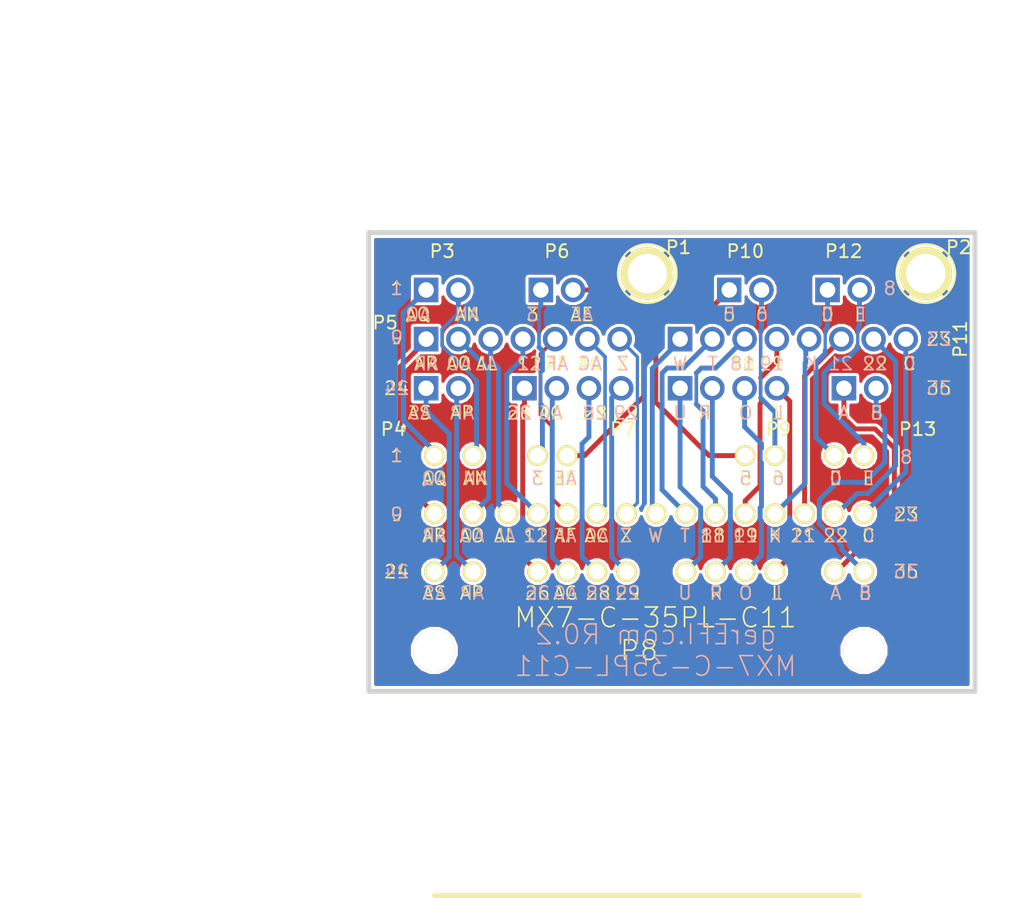
<source format=kicad_pcb>
(kicad_pcb (version 4) (host pcbnew 4.0.5)

  (general
    (links 36)
    (no_connects 0)
    (area 126.809499 163.639499 174.180501 199.580501)
    (thickness 1.6)
    (drawings 171)
    (tracks 188)
    (zones 0)
    (modules 13)
    (nets 37)
  )

  (page A portrait)
  (title_block
    (title "MX7-C-35PL-C11 Connector breakout")
    (date 2017-03-30)
    (rev R0.2)
    (company gerEFI)
  )

  (layers
    (0 F.Cu signal)
    (31 B.Cu signal)
    (33 F.Adhes user)
    (34 B.Paste user)
    (35 F.Paste user)
    (36 B.SilkS user)
    (37 F.SilkS user)
    (38 B.Mask user)
    (39 F.Mask user)
    (40 Dwgs.User user)
    (41 Cmts.User user)
    (42 Eco1.User user)
    (43 Eco2.User user)
    (44 Edge.Cuts user)
    (45 Margin user hide)
    (47 F.CrtYd user hide)
    (49 F.Fab user hide)
  )

  (setup
    (last_trace_width 0.254)
    (user_trace_width 0.2794)
    (user_trace_width 0.3048)
    (user_trace_width 0.381)
    (trace_clearance 0.1524)
    (zone_clearance 0.2286)
    (zone_45_only no)
    (trace_min 0.1524)
    (segment_width 0.381)
    (edge_width 0.381)
    (via_size 0.889)
    (via_drill 0.635)
    (via_min_size 0.889)
    (via_min_drill 0.508)
    (uvia_size 0.508)
    (uvia_drill 0.127)
    (uvias_allowed no)
    (uvia_min_size 0.508)
    (uvia_min_drill 0.127)
    (pcb_text_width 0.3048)
    (pcb_text_size 1.524 2.032)
    (mod_edge_width 0.381)
    (mod_text_size 1.524 1.524)
    (mod_text_width 0.3048)
    (pad_size 2.2 2.2)
    (pad_drill 2.2)
    (pad_to_mask_clearance 0.0762)
    (aux_axis_origin 127 199.39)
    (visible_elements 7FFFD66D)
    (pcbplotparams
      (layerselection 0x010f8_80000001)
      (usegerberextensions true)
      (excludeedgelayer true)
      (linewidth 0.150000)
      (plotframeref false)
      (viasonmask false)
      (mode 1)
      (useauxorigin false)
      (hpglpennumber 1)
      (hpglpenspeed 20)
      (hpglpendiameter 15)
      (hpglpenoverlay 2)
      (psnegative false)
      (psa4output false)
      (plotreference false)
      (plotvalue false)
      (plotinvisibletext false)
      (padsonsilk false)
      (subtractmaskfromsilk false)
      (outputformat 1)
      (mirror false)
      (drillshape 0)
      (scaleselection 1)
      (outputdirectory MX7-C-35PL-C11-gerber/))
  )

  (net 0 "")
  (net 1 GND)
  (net 2 /AQ)
  (net 3 /AN)
  (net 4 /AS)
  (net 5 /AP)
  (net 6 /AR)
  (net 7 /AO)
  (net 8 /AL)
  (net 9 /12)
  (net 10 /AF)
  (net 11 /AC)
  (net 12 /Z)
  (net 13 /3)
  (net 14 /AE)
  (net 15 /26)
  (net 16 /AG)
  (net 17 /28)
  (net 18 /29)
  (net 19 /5)
  (net 20 /6)
  (net 21 /D)
  (net 22 /F)
  (net 23 /W)
  (net 24 /T)
  (net 25 /18)
  (net 26 /19)
  (net 27 /K)
  (net 28 /21)
  (net 29 /22)
  (net 30 /C)
  (net 31 /U)
  (net 32 /R)
  (net 33 /O)
  (net 34 /L)
  (net 35 /A)
  (net 36 /B)

  (net_class Default "Это класс цепей по умолчанию."
    (clearance 0.1524)
    (trace_width 0.254)
    (via_dia 0.889)
    (via_drill 0.635)
    (uvia_dia 0.508)
    (uvia_drill 0.127)
    (add_net /12)
    (add_net /18)
    (add_net /19)
    (add_net /21)
    (add_net /22)
    (add_net /26)
    (add_net /28)
    (add_net /29)
    (add_net /3)
    (add_net /5)
    (add_net /6)
    (add_net /A)
    (add_net /AC)
    (add_net /AE)
    (add_net /AF)
    (add_net /AG)
    (add_net /AL)
    (add_net /AN)
    (add_net /AO)
    (add_net /AP)
    (add_net /AQ)
    (add_net /AR)
    (add_net /AS)
    (add_net /B)
    (add_net /C)
    (add_net /D)
    (add_net /F)
    (add_net /K)
    (add_net /L)
    (add_net /O)
    (add_net /R)
    (add_net /T)
    (add_net /U)
    (add_net /W)
    (add_net /Z)
    (add_net GND)
  )

  (module Molex_NanoFit_1x04x2.50mm_Straight (layer F.Cu) (tedit 58DDA416) (tstamp 5831D0AE)
    (at 139.065 175.895)
    (descr "Molex Nano Fit, single row, top entry, through hole, Datasheet:http://www.molex.com/pdm_docs/sd/1053091203_sd.pdf")
    (tags "connector molex nano-fit 105309-xx08")
    (path /58324C2C)
    (fp_text reference P7 (at 7.62 3.175) (layer F.SilkS)
      (effects (font (size 1 1) (thickness 0.15)))
    )
    (fp_text value CONN_01X04 (at 3.75 -4.5) (layer F.Fab) hide
      (effects (font (size 1 1) (thickness 0.15)))
    )
    (fp_line (start -1.72 -1.74) (end -1.72 1.74) (layer F.Fab) (width 0.05))
    (fp_line (start -1.72 1.74) (end 9.22 1.74) (layer F.Fab) (width 0.05))
    (fp_line (start 9.22 1.74) (end 9.22 -1.74) (layer F.Fab) (width 0.05))
    (fp_line (start 9.22 -1.74) (end -1.72 -1.74) (layer F.Fab) (width 0.05))
    (fp_line (start -2.2 -2.2) (end -2.2 2.2) (layer F.CrtYd) (width 0.05))
    (fp_line (start -2.2 2.2) (end 0.6 2.2) (layer F.CrtYd) (width 0.05))
    (fp_line (start 0.6 2.2) (end 0.6 5.05) (layer F.CrtYd) (width 0.05))
    (fp_line (start 0.6 5.05) (end 6.8 5.05) (layer F.CrtYd) (width 0.05))
    (fp_line (start 6.8 5.05) (end 6.8 2.2) (layer F.CrtYd) (width 0.05))
    (fp_line (start 6.8 2.2) (end 9.7 2.2) (layer F.CrtYd) (width 0.05))
    (fp_line (start 9.7 2.2) (end 9.7 -2.2) (layer F.CrtYd) (width 0.05))
    (fp_line (start 9.7 -2.2) (end -2.2 -2.2) (layer F.CrtYd) (width 0.05))
    (fp_line (start -1.1875 -1.1875) (end -1.1875 1.1875) (layer F.Fab) (width 0.05))
    (fp_line (start -1.1875 1.1875) (end 1.1875 1.1875) (layer F.Fab) (width 0.05))
    (fp_line (start 1.1875 1.1875) (end 1.1875 -1.1875) (layer F.Fab) (width 0.05))
    (fp_line (start 1.1875 -1.1875) (end -1.1875 -1.1875) (layer F.Fab) (width 0.05))
    (fp_line (start 1.3125 -1.1875) (end 1.3125 1.1875) (layer F.Fab) (width 0.05))
    (fp_line (start 1.3125 1.1875) (end 3.6875 1.1875) (layer F.Fab) (width 0.05))
    (fp_line (start 3.6875 1.1875) (end 3.6875 -1.1875) (layer F.Fab) (width 0.05))
    (fp_line (start 3.6875 -1.1875) (end 1.3125 -1.1875) (layer F.Fab) (width 0.05))
    (fp_line (start 3.8125 -1.1875) (end 3.8125 1.1875) (layer F.Fab) (width 0.05))
    (fp_line (start 3.8125 1.1875) (end 6.1875 1.1875) (layer F.Fab) (width 0.05))
    (fp_line (start 6.1875 1.1875) (end 6.1875 -1.1875) (layer F.Fab) (width 0.05))
    (fp_line (start 6.1875 -1.1875) (end 3.8125 -1.1875) (layer F.Fab) (width 0.05))
    (fp_line (start 6.3125 -1.1875) (end 6.3125 1.1875) (layer F.Fab) (width 0.05))
    (fp_line (start 6.3125 1.1875) (end 8.6875 1.1875) (layer F.Fab) (width 0.05))
    (fp_line (start 8.6875 1.1875) (end 8.6875 -1.1875) (layer F.Fab) (width 0.05))
    (fp_line (start 8.6875 -1.1875) (end 6.3125 -1.1875) (layer F.Fab) (width 0.05))
    (pad 1 thru_hole rect (at 0 0) (size 1.9 1.9) (drill 1.2) (layers *.Cu *.Mask)
      (net 15 /26))
    (pad 2 thru_hole circle (at 2.5 0) (size 1.9 1.9) (drill 1.2) (layers *.Cu *.Mask)
      (net 16 /AG))
    (pad 3 thru_hole circle (at 5 0) (size 1.9 1.9) (drill 1.2) (layers *.Cu *.Mask)
      (net 17 /28))
    (pad 4 thru_hole circle (at 7.5 0) (size 1.9 1.9) (drill 1.2) (layers *.Cu *.Mask)
      (net 18 /29))
    (model Connectors_Molex.3dshapes/Molex_NanoFit_1x04x2.50mm_Straight.wrl
      (at (xyz 0 0 0))
      (scale (xyz 1 1 1))
      (rotate (xyz 0 0 0))
    )
  )

  (module Molex_NanoFit_1x04x2.50mm_Straight (layer F.Cu) (tedit 58DDA40C) (tstamp 5831D10C)
    (at 151.13 175.895)
    (descr "Molex Nano Fit, single row, top entry, through hole, Datasheet:http://www.molex.com/pdm_docs/sd/1053091203_sd.pdf")
    (tags "connector molex nano-fit 105309-xx08")
    (path /583255DA)
    (fp_text reference P9 (at 7.62 3.175) (layer F.SilkS)
      (effects (font (size 1 1) (thickness 0.15)))
    )
    (fp_text value CONN_01X04 (at 3.75 -4.5) (layer F.Fab) hide
      (effects (font (size 1 1) (thickness 0.15)))
    )
    (fp_line (start -1.72 -1.74) (end -1.72 1.74) (layer F.Fab) (width 0.05))
    (fp_line (start -1.72 1.74) (end 9.22 1.74) (layer F.Fab) (width 0.05))
    (fp_line (start 9.22 1.74) (end 9.22 -1.74) (layer F.Fab) (width 0.05))
    (fp_line (start 9.22 -1.74) (end -1.72 -1.74) (layer F.Fab) (width 0.05))
    (fp_line (start -2.2 -2.2) (end -2.2 2.2) (layer F.CrtYd) (width 0.05))
    (fp_line (start -2.2 2.2) (end 0.6 2.2) (layer F.CrtYd) (width 0.05))
    (fp_line (start 0.6 2.2) (end 0.6 5.05) (layer F.CrtYd) (width 0.05))
    (fp_line (start 0.6 5.05) (end 6.8 5.05) (layer F.CrtYd) (width 0.05))
    (fp_line (start 6.8 5.05) (end 6.8 2.2) (layer F.CrtYd) (width 0.05))
    (fp_line (start 6.8 2.2) (end 9.7 2.2) (layer F.CrtYd) (width 0.05))
    (fp_line (start 9.7 2.2) (end 9.7 -2.2) (layer F.CrtYd) (width 0.05))
    (fp_line (start 9.7 -2.2) (end -2.2 -2.2) (layer F.CrtYd) (width 0.05))
    (fp_line (start -1.1875 -1.1875) (end -1.1875 1.1875) (layer F.Fab) (width 0.05))
    (fp_line (start -1.1875 1.1875) (end 1.1875 1.1875) (layer F.Fab) (width 0.05))
    (fp_line (start 1.1875 1.1875) (end 1.1875 -1.1875) (layer F.Fab) (width 0.05))
    (fp_line (start 1.1875 -1.1875) (end -1.1875 -1.1875) (layer F.Fab) (width 0.05))
    (fp_line (start 1.3125 -1.1875) (end 1.3125 1.1875) (layer F.Fab) (width 0.05))
    (fp_line (start 1.3125 1.1875) (end 3.6875 1.1875) (layer F.Fab) (width 0.05))
    (fp_line (start 3.6875 1.1875) (end 3.6875 -1.1875) (layer F.Fab) (width 0.05))
    (fp_line (start 3.6875 -1.1875) (end 1.3125 -1.1875) (layer F.Fab) (width 0.05))
    (fp_line (start 3.8125 -1.1875) (end 3.8125 1.1875) (layer F.Fab) (width 0.05))
    (fp_line (start 3.8125 1.1875) (end 6.1875 1.1875) (layer F.Fab) (width 0.05))
    (fp_line (start 6.1875 1.1875) (end 6.1875 -1.1875) (layer F.Fab) (width 0.05))
    (fp_line (start 6.1875 -1.1875) (end 3.8125 -1.1875) (layer F.Fab) (width 0.05))
    (fp_line (start 6.3125 -1.1875) (end 6.3125 1.1875) (layer F.Fab) (width 0.05))
    (fp_line (start 6.3125 1.1875) (end 8.6875 1.1875) (layer F.Fab) (width 0.05))
    (fp_line (start 8.6875 1.1875) (end 8.6875 -1.1875) (layer F.Fab) (width 0.05))
    (fp_line (start 8.6875 -1.1875) (end 6.3125 -1.1875) (layer F.Fab) (width 0.05))
    (pad 1 thru_hole rect (at 0 0) (size 1.9 1.9) (drill 1.2) (layers *.Cu *.Mask)
      (net 31 /U))
    (pad 2 thru_hole circle (at 2.5 0) (size 1.9 1.9) (drill 1.2) (layers *.Cu *.Mask)
      (net 32 /R))
    (pad 3 thru_hole circle (at 5 0) (size 1.9 1.9) (drill 1.2) (layers *.Cu *.Mask)
      (net 33 /O))
    (pad 4 thru_hole circle (at 7.5 0) (size 1.9 1.9) (drill 1.2) (layers *.Cu *.Mask)
      (net 34 /L))
    (model Connectors_Molex.3dshapes/Molex_NanoFit_1x04x2.50mm_Straight.wrl
      (at (xyz 0 0 0))
      (scale (xyz 1 1 1))
      (rotate (xyz 0 0 0))
    )
  )

  (module Molex_NanoFit_1x02x2.50mm_Straight (layer F.Cu) (tedit 58DDA3F3) (tstamp 5831D1E1)
    (at 163.83 175.895)
    (descr "Molex Nano Fit, single row, top entry, through hole, Datasheet:http://www.molex.com/pdm_docs/sd/1053091203_sd.pdf")
    (tags "connector molex nano-fit 105309-xx04")
    (path /5832215E)
    (fp_text reference P13 (at 5.715 3.175) (layer F.SilkS)
      (effects (font (size 1 1) (thickness 0.15)))
    )
    (fp_text value CONN_01X02 (at 1.25 -4.5) (layer F.Fab) hide
      (effects (font (size 1 1) (thickness 0.15)))
    )
    (fp_line (start -1.72 -1.74) (end -1.72 1.74) (layer F.Fab) (width 0.05))
    (fp_line (start -1.72 1.74) (end 4.22 1.74) (layer F.Fab) (width 0.05))
    (fp_line (start 4.22 1.74) (end 4.22 -1.74) (layer F.Fab) (width 0.05))
    (fp_line (start 4.22 -1.74) (end -1.72 -1.74) (layer F.Fab) (width 0.05))
    (fp_line (start -2.2 -2.2) (end -2.2 2.2) (layer F.CrtYd) (width 0.05))
    (fp_line (start -2.2 2.2) (end -1.85 2.2) (layer F.CrtYd) (width 0.05))
    (fp_line (start -1.85 2.2) (end -1.85 5.05) (layer F.CrtYd) (width 0.05))
    (fp_line (start -1.85 5.05) (end 4.3 5.05) (layer F.CrtYd) (width 0.05))
    (fp_line (start 4.3 5.05) (end 4.3 2.2) (layer F.CrtYd) (width 0.05))
    (fp_line (start 4.3 2.2) (end 4.7 2.2) (layer F.CrtYd) (width 0.05))
    (fp_line (start 4.7 2.2) (end 4.7 -2.2) (layer F.CrtYd) (width 0.05))
    (fp_line (start 4.7 -2.2) (end -2.2 -2.2) (layer F.CrtYd) (width 0.05))
    (fp_line (start -1.1875 -1.1875) (end -1.1875 1.1875) (layer F.Fab) (width 0.05))
    (fp_line (start -1.1875 1.1875) (end 1.1875 1.1875) (layer F.Fab) (width 0.05))
    (fp_line (start 1.1875 1.1875) (end 1.1875 -1.1875) (layer F.Fab) (width 0.05))
    (fp_line (start 1.1875 -1.1875) (end -1.1875 -1.1875) (layer F.Fab) (width 0.05))
    (fp_line (start 1.3125 -1.1875) (end 1.3125 1.1875) (layer F.Fab) (width 0.05))
    (fp_line (start 1.3125 1.1875) (end 3.6875 1.1875) (layer F.Fab) (width 0.05))
    (fp_line (start 3.6875 1.1875) (end 3.6875 -1.1875) (layer F.Fab) (width 0.05))
    (fp_line (start 3.6875 -1.1875) (end 1.3125 -1.1875) (layer F.Fab) (width 0.05))
    (pad 1 thru_hole rect (at 0 0) (size 1.9 1.9) (drill 1.2) (layers *.Cu *.Mask)
      (net 35 /A))
    (pad 2 thru_hole circle (at 2.5 0) (size 1.9 1.9) (drill 1.2) (layers *.Cu *.Mask)
      (net 36 /B))
    (model Connectors_Molex.3dshapes/Molex_NanoFit_1x02x2.50mm_Straight.wrl
      (at (xyz 0 0 0))
      (scale (xyz 1 1 1))
      (rotate (xyz 0 0 0))
    )
  )

  (module Molex_NanoFit_1x02x2.50mm_Straight (layer F.Cu) (tedit 58DDA3CC) (tstamp 5831D014)
    (at 131.445 175.895)
    (descr "Molex Nano Fit, single row, top entry, through hole, Datasheet:http://www.molex.com/pdm_docs/sd/1053091203_sd.pdf")
    (tags "connector molex nano-fit 105309-xx04")
    (path /5832208E)
    (fp_text reference P4 (at -2.54 3.175) (layer F.SilkS)
      (effects (font (size 1 1) (thickness 0.15)))
    )
    (fp_text value CONN_01X02 (at 1.25 -4.5) (layer F.Fab) hide
      (effects (font (size 1 1) (thickness 0.15)))
    )
    (fp_line (start -1.72 -1.74) (end -1.72 1.74) (layer F.Fab) (width 0.05))
    (fp_line (start -1.72 1.74) (end 4.22 1.74) (layer F.Fab) (width 0.05))
    (fp_line (start 4.22 1.74) (end 4.22 -1.74) (layer F.Fab) (width 0.05))
    (fp_line (start 4.22 -1.74) (end -1.72 -1.74) (layer F.Fab) (width 0.05))
    (fp_line (start -2.2 -2.2) (end -2.2 2.2) (layer F.CrtYd) (width 0.05))
    (fp_line (start -2.2 2.2) (end -1.85 2.2) (layer F.CrtYd) (width 0.05))
    (fp_line (start -1.85 2.2) (end -1.85 5.05) (layer F.CrtYd) (width 0.05))
    (fp_line (start -1.85 5.05) (end 4.3 5.05) (layer F.CrtYd) (width 0.05))
    (fp_line (start 4.3 5.05) (end 4.3 2.2) (layer F.CrtYd) (width 0.05))
    (fp_line (start 4.3 2.2) (end 4.7 2.2) (layer F.CrtYd) (width 0.05))
    (fp_line (start 4.7 2.2) (end 4.7 -2.2) (layer F.CrtYd) (width 0.05))
    (fp_line (start 4.7 -2.2) (end -2.2 -2.2) (layer F.CrtYd) (width 0.05))
    (fp_line (start -1.1875 -1.1875) (end -1.1875 1.1875) (layer F.Fab) (width 0.05))
    (fp_line (start -1.1875 1.1875) (end 1.1875 1.1875) (layer F.Fab) (width 0.05))
    (fp_line (start 1.1875 1.1875) (end 1.1875 -1.1875) (layer F.Fab) (width 0.05))
    (fp_line (start 1.1875 -1.1875) (end -1.1875 -1.1875) (layer F.Fab) (width 0.05))
    (fp_line (start 1.3125 -1.1875) (end 1.3125 1.1875) (layer F.Fab) (width 0.05))
    (fp_line (start 1.3125 1.1875) (end 3.6875 1.1875) (layer F.Fab) (width 0.05))
    (fp_line (start 3.6875 1.1875) (end 3.6875 -1.1875) (layer F.Fab) (width 0.05))
    (fp_line (start 3.6875 -1.1875) (end 1.3125 -1.1875) (layer F.Fab) (width 0.05))
    (pad 1 thru_hole rect (at 0 0) (size 1.9 1.9) (drill 1.2) (layers *.Cu *.Mask)
      (net 4 /AS))
    (pad 2 thru_hole circle (at 2.5 0) (size 1.9 1.9) (drill 1.2) (layers *.Cu *.Mask)
      (net 5 /AP))
    (model Connectors_Molex.3dshapes/Molex_NanoFit_1x02x2.50mm_Straight.wrl
      (at (xyz 0 0 0))
      (scale (xyz 1 1 1))
      (rotate (xyz 0 0 0))
    )
  )

  (module Molex_NanoFit_1x07x2.50mm_Straight (layer F.Cu) (tedit 58DDA3B3) (tstamp 5831D03F)
    (at 131.445 172.085)
    (descr "Molex Nano Fit, single row, top entry, through hole, Datasheet:http://www.molex.com/pdm_docs/sd/1053091203_sd.pdf")
    (tags "connector molex nano-fit 105309-xx14")
    (path /5832438A)
    (fp_text reference P5 (at -3.175 -1.27) (layer F.SilkS)
      (effects (font (size 1 1) (thickness 0.15)))
    )
    (fp_text value CONN_01X07 (at 7.5 -4.5) (layer F.Fab) hide
      (effects (font (size 1 1) (thickness 0.15)))
    )
    (fp_line (start -1.72 -1.74) (end -1.72 1.74) (layer F.Fab) (width 0.05))
    (fp_line (start -1.72 1.74) (end 16.72 1.74) (layer F.Fab) (width 0.05))
    (fp_line (start 16.72 1.74) (end 16.72 -1.74) (layer F.Fab) (width 0.05))
    (fp_line (start 16.72 -1.74) (end -1.72 -1.74) (layer F.Fab) (width 0.05))
    (fp_line (start -2.2 -2.2) (end -2.2 2.2) (layer F.CrtYd) (width 0.05))
    (fp_line (start -2.2 2.2) (end 4.4 2.2) (layer F.CrtYd) (width 0.05))
    (fp_line (start 4.4 2.2) (end 4.4 5.05) (layer F.CrtYd) (width 0.05))
    (fp_line (start 4.4 5.05) (end 10.55 5.05) (layer F.CrtYd) (width 0.05))
    (fp_line (start 10.55 5.05) (end 10.55 2.2) (layer F.CrtYd) (width 0.05))
    (fp_line (start 10.55 2.2) (end 17.2 2.2) (layer F.CrtYd) (width 0.05))
    (fp_line (start 17.2 2.2) (end 17.2 -2.2) (layer F.CrtYd) (width 0.05))
    (fp_line (start 17.2 -2.2) (end -2.2 -2.2) (layer F.CrtYd) (width 0.05))
    (fp_line (start -1.1875 -1.1875) (end -1.1875 1.1875) (layer F.Fab) (width 0.05))
    (fp_line (start -1.1875 1.1875) (end 1.1875 1.1875) (layer F.Fab) (width 0.05))
    (fp_line (start 1.1875 1.1875) (end 1.1875 -1.1875) (layer F.Fab) (width 0.05))
    (fp_line (start 1.1875 -1.1875) (end -1.1875 -1.1875) (layer F.Fab) (width 0.05))
    (fp_line (start 1.3125 -1.1875) (end 1.3125 1.1875) (layer F.Fab) (width 0.05))
    (fp_line (start 1.3125 1.1875) (end 3.6875 1.1875) (layer F.Fab) (width 0.05))
    (fp_line (start 3.6875 1.1875) (end 3.6875 -1.1875) (layer F.Fab) (width 0.05))
    (fp_line (start 3.6875 -1.1875) (end 1.3125 -1.1875) (layer F.Fab) (width 0.05))
    (fp_line (start 3.8125 -1.1875) (end 3.8125 1.1875) (layer F.Fab) (width 0.05))
    (fp_line (start 3.8125 1.1875) (end 6.1875 1.1875) (layer F.Fab) (width 0.05))
    (fp_line (start 6.1875 1.1875) (end 6.1875 -1.1875) (layer F.Fab) (width 0.05))
    (fp_line (start 6.1875 -1.1875) (end 3.8125 -1.1875) (layer F.Fab) (width 0.05))
    (fp_line (start 6.3125 -1.1875) (end 6.3125 1.1875) (layer F.Fab) (width 0.05))
    (fp_line (start 6.3125 1.1875) (end 8.6875 1.1875) (layer F.Fab) (width 0.05))
    (fp_line (start 8.6875 1.1875) (end 8.6875 -1.1875) (layer F.Fab) (width 0.05))
    (fp_line (start 8.6875 -1.1875) (end 6.3125 -1.1875) (layer F.Fab) (width 0.05))
    (fp_line (start 8.8125 -1.1875) (end 8.8125 1.1875) (layer F.Fab) (width 0.05))
    (fp_line (start 8.8125 1.1875) (end 11.1875 1.1875) (layer F.Fab) (width 0.05))
    (fp_line (start 11.1875 1.1875) (end 11.1875 -1.1875) (layer F.Fab) (width 0.05))
    (fp_line (start 11.1875 -1.1875) (end 8.8125 -1.1875) (layer F.Fab) (width 0.05))
    (fp_line (start 11.3125 -1.1875) (end 11.3125 1.1875) (layer F.Fab) (width 0.05))
    (fp_line (start 11.3125 1.1875) (end 13.6875 1.1875) (layer F.Fab) (width 0.05))
    (fp_line (start 13.6875 1.1875) (end 13.6875 -1.1875) (layer F.Fab) (width 0.05))
    (fp_line (start 13.6875 -1.1875) (end 11.3125 -1.1875) (layer F.Fab) (width 0.05))
    (fp_line (start 13.8125 -1.1875) (end 13.8125 1.1875) (layer F.Fab) (width 0.05))
    (fp_line (start 13.8125 1.1875) (end 16.1875 1.1875) (layer F.Fab) (width 0.05))
    (fp_line (start 16.1875 1.1875) (end 16.1875 -1.1875) (layer F.Fab) (width 0.05))
    (fp_line (start 16.1875 -1.1875) (end 13.8125 -1.1875) (layer F.Fab) (width 0.05))
    (pad 1 thru_hole rect (at 0 0) (size 1.9 1.9) (drill 1.2) (layers *.Cu *.Mask)
      (net 6 /AR))
    (pad 2 thru_hole circle (at 2.5 0) (size 1.9 1.9) (drill 1.2) (layers *.Cu *.Mask)
      (net 7 /AO))
    (pad 3 thru_hole circle (at 5 0) (size 1.9 1.9) (drill 1.2) (layers *.Cu *.Mask)
      (net 8 /AL))
    (pad 4 thru_hole circle (at 7.5 0) (size 1.9 1.9) (drill 1.2) (layers *.Cu *.Mask)
      (net 9 /12))
    (pad 5 thru_hole circle (at 10 0) (size 1.9 1.9) (drill 1.2) (layers *.Cu *.Mask)
      (net 10 /AF))
    (pad 6 thru_hole circle (at 12.5 0) (size 1.9 1.9) (drill 1.2) (layers *.Cu *.Mask)
      (net 11 /AC))
    (pad 7 thru_hole circle (at 15 0) (size 1.9 1.9) (drill 1.2) (layers *.Cu *.Mask)
      (net 12 /Z))
    (model Connectors_Molex.3dshapes/Molex_NanoFit_1x07x2.50mm_Straight.wrl
      (at (xyz 0 0 0))
      (scale (xyz 1 1 1))
      (rotate (xyz 0 0 0))
    )
  )

  (module Molex_NanoFit_1x08x2.50mm_Straight (layer F.Cu) (tedit 58DFAB1F) (tstamp 5831D16D)
    (at 151.13 172.085)
    (descr "Molex Nano Fit, single row, top entry, through hole, Datasheet:http://www.molex.com/pdm_docs/sd/1053091203_sd.pdf")
    (tags "connector molex nano-fit 105309-xx16")
    (path /57F1CB2B)
    (fp_text reference P11 (at 21.717 0 90) (layer F.SilkS)
      (effects (font (size 1 1) (thickness 0.15)))
    )
    (fp_text value CONN_01X08 (at 8.75 -4.5) (layer F.Fab) hide
      (effects (font (size 1 1) (thickness 0.15)))
    )
    (fp_line (start -1.72 -1.74) (end -1.72 1.74) (layer F.Fab) (width 0.05))
    (fp_line (start -1.72 1.74) (end 19.22 1.74) (layer F.Fab) (width 0.05))
    (fp_line (start 19.22 1.74) (end 19.22 -1.74) (layer F.Fab) (width 0.05))
    (fp_line (start 19.22 -1.74) (end -1.72 -1.74) (layer F.Fab) (width 0.05))
    (fp_line (start -2.2 -2.2) (end -2.2 2.2) (layer F.CrtYd) (width 0.05))
    (fp_line (start -2.2 2.2) (end 5.65 2.2) (layer F.CrtYd) (width 0.05))
    (fp_line (start 5.65 2.2) (end 5.65 5.05) (layer F.CrtYd) (width 0.05))
    (fp_line (start 5.65 5.05) (end 11.8 5.05) (layer F.CrtYd) (width 0.05))
    (fp_line (start 11.8 5.05) (end 11.8 2.2) (layer F.CrtYd) (width 0.05))
    (fp_line (start 11.8 2.2) (end 19.7 2.2) (layer F.CrtYd) (width 0.05))
    (fp_line (start 19.7 2.2) (end 19.7 -2.2) (layer F.CrtYd) (width 0.05))
    (fp_line (start 19.7 -2.2) (end -2.2 -2.2) (layer F.CrtYd) (width 0.05))
    (fp_line (start -1.1875 -1.1875) (end -1.1875 1.1875) (layer F.Fab) (width 0.05))
    (fp_line (start -1.1875 1.1875) (end 1.1875 1.1875) (layer F.Fab) (width 0.05))
    (fp_line (start 1.1875 1.1875) (end 1.1875 -1.1875) (layer F.Fab) (width 0.05))
    (fp_line (start 1.1875 -1.1875) (end -1.1875 -1.1875) (layer F.Fab) (width 0.05))
    (fp_line (start 1.3125 -1.1875) (end 1.3125 1.1875) (layer F.Fab) (width 0.05))
    (fp_line (start 1.3125 1.1875) (end 3.6875 1.1875) (layer F.Fab) (width 0.05))
    (fp_line (start 3.6875 1.1875) (end 3.6875 -1.1875) (layer F.Fab) (width 0.05))
    (fp_line (start 3.6875 -1.1875) (end 1.3125 -1.1875) (layer F.Fab) (width 0.05))
    (fp_line (start 3.8125 -1.1875) (end 3.8125 1.1875) (layer F.Fab) (width 0.05))
    (fp_line (start 3.8125 1.1875) (end 6.1875 1.1875) (layer F.Fab) (width 0.05))
    (fp_line (start 6.1875 1.1875) (end 6.1875 -1.1875) (layer F.Fab) (width 0.05))
    (fp_line (start 6.1875 -1.1875) (end 3.8125 -1.1875) (layer F.Fab) (width 0.05))
    (fp_line (start 6.3125 -1.1875) (end 6.3125 1.1875) (layer F.Fab) (width 0.05))
    (fp_line (start 6.3125 1.1875) (end 8.6875 1.1875) (layer F.Fab) (width 0.05))
    (fp_line (start 8.6875 1.1875) (end 8.6875 -1.1875) (layer F.Fab) (width 0.05))
    (fp_line (start 8.6875 -1.1875) (end 6.3125 -1.1875) (layer F.Fab) (width 0.05))
    (fp_line (start 8.8125 -1.1875) (end 8.8125 1.1875) (layer F.Fab) (width 0.05))
    (fp_line (start 8.8125 1.1875) (end 11.1875 1.1875) (layer F.Fab) (width 0.05))
    (fp_line (start 11.1875 1.1875) (end 11.1875 -1.1875) (layer F.Fab) (width 0.05))
    (fp_line (start 11.1875 -1.1875) (end 8.8125 -1.1875) (layer F.Fab) (width 0.05))
    (fp_line (start 11.3125 -1.1875) (end 11.3125 1.1875) (layer F.Fab) (width 0.05))
    (fp_line (start 11.3125 1.1875) (end 13.6875 1.1875) (layer F.Fab) (width 0.05))
    (fp_line (start 13.6875 1.1875) (end 13.6875 -1.1875) (layer F.Fab) (width 0.05))
    (fp_line (start 13.6875 -1.1875) (end 11.3125 -1.1875) (layer F.Fab) (width 0.05))
    (fp_line (start 13.8125 -1.1875) (end 13.8125 1.1875) (layer F.Fab) (width 0.05))
    (fp_line (start 13.8125 1.1875) (end 16.1875 1.1875) (layer F.Fab) (width 0.05))
    (fp_line (start 16.1875 1.1875) (end 16.1875 -1.1875) (layer F.Fab) (width 0.05))
    (fp_line (start 16.1875 -1.1875) (end 13.8125 -1.1875) (layer F.Fab) (width 0.05))
    (fp_line (start 16.3125 -1.1875) (end 16.3125 1.1875) (layer F.Fab) (width 0.05))
    (fp_line (start 16.3125 1.1875) (end 18.6875 1.1875) (layer F.Fab) (width 0.05))
    (fp_line (start 18.6875 1.1875) (end 18.6875 -1.1875) (layer F.Fab) (width 0.05))
    (fp_line (start 18.6875 -1.1875) (end 16.3125 -1.1875) (layer F.Fab) (width 0.05))
    (pad 1 thru_hole rect (at 0 0) (size 1.9 1.9) (drill 1.2) (layers *.Cu *.Mask)
      (net 23 /W))
    (pad 2 thru_hole circle (at 2.5 0) (size 1.9 1.9) (drill 1.2) (layers *.Cu *.Mask)
      (net 24 /T))
    (pad 3 thru_hole circle (at 5 0) (size 1.9 1.9) (drill 1.2) (layers *.Cu *.Mask)
      (net 25 /18))
    (pad 4 thru_hole circle (at 7.5 0) (size 1.9 1.9) (drill 1.2) (layers *.Cu *.Mask)
      (net 26 /19))
    (pad 5 thru_hole circle (at 10 0) (size 1.9 1.9) (drill 1.2) (layers *.Cu *.Mask)
      (net 27 /K))
    (pad 6 thru_hole circle (at 12.5 0) (size 1.9 1.9) (drill 1.2) (layers *.Cu *.Mask)
      (net 28 /21))
    (pad 7 thru_hole circle (at 15 0) (size 1.9 1.9) (drill 1.2) (layers *.Cu *.Mask)
      (net 29 /22))
    (pad 8 thru_hole circle (at 17.5 0) (size 1.9 1.9) (drill 1.2) (layers *.Cu *.Mask)
      (net 30 /C))
    (model Connectors_Molex.3dshapes/Molex_NanoFit_1x08x2.50mm_Straight.wrl
      (at (xyz 0 0 0))
      (scale (xyz 1 1 1))
      (rotate (xyz 0 0 0))
    )
  )

  (module Molex_NanoFit_1x02x2.50mm_Straight (layer F.Cu) (tedit 58DDA39B) (tstamp 5831D1B6)
    (at 162.56 168.275)
    (descr "Molex Nano Fit, single row, top entry, through hole, Datasheet:http://www.molex.com/pdm_docs/sd/1053091203_sd.pdf")
    (tags "connector molex nano-fit 105309-xx04")
    (path /58322012)
    (fp_text reference P12 (at 1.25 -3) (layer F.SilkS)
      (effects (font (size 1 1) (thickness 0.15)))
    )
    (fp_text value CONN_01X02 (at 1.25 -4.5) (layer F.Fab) hide
      (effects (font (size 1 1) (thickness 0.15)))
    )
    (fp_line (start -1.72 -1.74) (end -1.72 1.74) (layer F.Fab) (width 0.05))
    (fp_line (start -1.72 1.74) (end 4.22 1.74) (layer F.Fab) (width 0.05))
    (fp_line (start 4.22 1.74) (end 4.22 -1.74) (layer F.Fab) (width 0.05))
    (fp_line (start 4.22 -1.74) (end -1.72 -1.74) (layer F.Fab) (width 0.05))
    (fp_line (start -2.2 -2.2) (end -2.2 2.2) (layer F.CrtYd) (width 0.05))
    (fp_line (start -2.2 2.2) (end -1.85 2.2) (layer F.CrtYd) (width 0.05))
    (fp_line (start -1.85 2.2) (end -1.85 5.05) (layer F.CrtYd) (width 0.05))
    (fp_line (start -1.85 5.05) (end 4.3 5.05) (layer F.CrtYd) (width 0.05))
    (fp_line (start 4.3 5.05) (end 4.3 2.2) (layer F.CrtYd) (width 0.05))
    (fp_line (start 4.3 2.2) (end 4.7 2.2) (layer F.CrtYd) (width 0.05))
    (fp_line (start 4.7 2.2) (end 4.7 -2.2) (layer F.CrtYd) (width 0.05))
    (fp_line (start 4.7 -2.2) (end -2.2 -2.2) (layer F.CrtYd) (width 0.05))
    (fp_line (start -1.1875 -1.1875) (end -1.1875 1.1875) (layer F.Fab) (width 0.05))
    (fp_line (start -1.1875 1.1875) (end 1.1875 1.1875) (layer F.Fab) (width 0.05))
    (fp_line (start 1.1875 1.1875) (end 1.1875 -1.1875) (layer F.Fab) (width 0.05))
    (fp_line (start 1.1875 -1.1875) (end -1.1875 -1.1875) (layer F.Fab) (width 0.05))
    (fp_line (start 1.3125 -1.1875) (end 1.3125 1.1875) (layer F.Fab) (width 0.05))
    (fp_line (start 1.3125 1.1875) (end 3.6875 1.1875) (layer F.Fab) (width 0.05))
    (fp_line (start 3.6875 1.1875) (end 3.6875 -1.1875) (layer F.Fab) (width 0.05))
    (fp_line (start 3.6875 -1.1875) (end 1.3125 -1.1875) (layer F.Fab) (width 0.05))
    (pad 1 thru_hole rect (at 0 0) (size 1.9 1.9) (drill 1.2) (layers *.Cu *.Mask)
      (net 21 /D))
    (pad 2 thru_hole circle (at 2.5 0) (size 1.9 1.9) (drill 1.2) (layers *.Cu *.Mask)
      (net 22 /F))
    (model Connectors_Molex.3dshapes/Molex_NanoFit_1x02x2.50mm_Straight.wrl
      (at (xyz 0 0 0))
      (scale (xyz 1 1 1))
      (rotate (xyz 0 0 0))
    )
  )

  (module Molex_NanoFit_1x02x2.50mm_Straight (layer F.Cu) (tedit 58DDA38F) (tstamp 5831D16C)
    (at 154.94 168.275)
    (descr "Molex Nano Fit, single row, top entry, through hole, Datasheet:http://www.molex.com/pdm_docs/sd/1053091203_sd.pdf")
    (tags "connector molex nano-fit 105309-xx04")
    (path /58321FB2)
    (fp_text reference P10 (at 1.25 -3) (layer F.SilkS)
      (effects (font (size 1 1) (thickness 0.15)))
    )
    (fp_text value CONN_01X02 (at 1.25 -4.5) (layer F.Fab) hide
      (effects (font (size 1 1) (thickness 0.15)))
    )
    (fp_line (start -1.72 -1.74) (end -1.72 1.74) (layer F.Fab) (width 0.05))
    (fp_line (start -1.72 1.74) (end 4.22 1.74) (layer F.Fab) (width 0.05))
    (fp_line (start 4.22 1.74) (end 4.22 -1.74) (layer F.Fab) (width 0.05))
    (fp_line (start 4.22 -1.74) (end -1.72 -1.74) (layer F.Fab) (width 0.05))
    (fp_line (start -2.2 -2.2) (end -2.2 2.2) (layer F.CrtYd) (width 0.05))
    (fp_line (start -2.2 2.2) (end -1.85 2.2) (layer F.CrtYd) (width 0.05))
    (fp_line (start -1.85 2.2) (end -1.85 5.05) (layer F.CrtYd) (width 0.05))
    (fp_line (start -1.85 5.05) (end 4.3 5.05) (layer F.CrtYd) (width 0.05))
    (fp_line (start 4.3 5.05) (end 4.3 2.2) (layer F.CrtYd) (width 0.05))
    (fp_line (start 4.3 2.2) (end 4.7 2.2) (layer F.CrtYd) (width 0.05))
    (fp_line (start 4.7 2.2) (end 4.7 -2.2) (layer F.CrtYd) (width 0.05))
    (fp_line (start 4.7 -2.2) (end -2.2 -2.2) (layer F.CrtYd) (width 0.05))
    (fp_line (start -1.1875 -1.1875) (end -1.1875 1.1875) (layer F.Fab) (width 0.05))
    (fp_line (start -1.1875 1.1875) (end 1.1875 1.1875) (layer F.Fab) (width 0.05))
    (fp_line (start 1.1875 1.1875) (end 1.1875 -1.1875) (layer F.Fab) (width 0.05))
    (fp_line (start 1.1875 -1.1875) (end -1.1875 -1.1875) (layer F.Fab) (width 0.05))
    (fp_line (start 1.3125 -1.1875) (end 1.3125 1.1875) (layer F.Fab) (width 0.05))
    (fp_line (start 1.3125 1.1875) (end 3.6875 1.1875) (layer F.Fab) (width 0.05))
    (fp_line (start 3.6875 1.1875) (end 3.6875 -1.1875) (layer F.Fab) (width 0.05))
    (fp_line (start 3.6875 -1.1875) (end 1.3125 -1.1875) (layer F.Fab) (width 0.05))
    (pad 1 thru_hole rect (at 0 0) (size 1.9 1.9) (drill 1.2) (layers *.Cu *.Mask)
      (net 19 /5))
    (pad 2 thru_hole circle (at 2.5 0) (size 1.9 1.9) (drill 1.2) (layers *.Cu *.Mask)
      (net 20 /6))
    (model Connectors_Molex.3dshapes/Molex_NanoFit_1x02x2.50mm_Straight.wrl
      (at (xyz 0 0 0))
      (scale (xyz 1 1 1))
      (rotate (xyz 0 0 0))
    )
  )

  (module Molex_NanoFit_1x02x2.50mm_Straight (layer F.Cu) (tedit 58DDA383) (tstamp 5831D083)
    (at 140.335 168.275)
    (descr "Molex Nano Fit, single row, top entry, through hole, Datasheet:http://www.molex.com/pdm_docs/sd/1053091203_sd.pdf")
    (tags "connector molex nano-fit 105309-xx04")
    (path /58321F53)
    (fp_text reference P6 (at 1.25 -3) (layer F.SilkS)
      (effects (font (size 1 1) (thickness 0.15)))
    )
    (fp_text value CONN_01X02 (at 1.25 -4.5) (layer F.Fab) hide
      (effects (font (size 1 1) (thickness 0.15)))
    )
    (fp_line (start -1.72 -1.74) (end -1.72 1.74) (layer F.Fab) (width 0.05))
    (fp_line (start -1.72 1.74) (end 4.22 1.74) (layer F.Fab) (width 0.05))
    (fp_line (start 4.22 1.74) (end 4.22 -1.74) (layer F.Fab) (width 0.05))
    (fp_line (start 4.22 -1.74) (end -1.72 -1.74) (layer F.Fab) (width 0.05))
    (fp_line (start -2.2 -2.2) (end -2.2 2.2) (layer F.CrtYd) (width 0.05))
    (fp_line (start -2.2 2.2) (end -1.85 2.2) (layer F.CrtYd) (width 0.05))
    (fp_line (start -1.85 2.2) (end -1.85 5.05) (layer F.CrtYd) (width 0.05))
    (fp_line (start 4.3 5.05) (end 4.3 2.2) (layer F.CrtYd) (width 0.05))
    (fp_line (start 4.3 2.2) (end 4.7 2.2) (layer F.CrtYd) (width 0.05))
    (fp_line (start 4.7 2.2) (end 4.7 -2.2) (layer F.CrtYd) (width 0.05))
    (fp_line (start 4.7 -2.2) (end -2.2 -2.2) (layer F.CrtYd) (width 0.05))
    (fp_line (start -1.1875 -1.1875) (end -1.1875 1.1875) (layer F.Fab) (width 0.05))
    (fp_line (start -1.1875 1.1875) (end 1.1875 1.1875) (layer F.Fab) (width 0.05))
    (fp_line (start 1.1875 1.1875) (end 1.1875 -1.1875) (layer F.Fab) (width 0.05))
    (fp_line (start 1.1875 -1.1875) (end -1.1875 -1.1875) (layer F.Fab) (width 0.05))
    (fp_line (start 1.3125 -1.1875) (end 1.3125 1.1875) (layer F.Fab) (width 0.05))
    (fp_line (start 1.3125 1.1875) (end 3.6875 1.1875) (layer F.Fab) (width 0.05))
    (fp_line (start 3.6875 1.1875) (end 3.6875 -1.1875) (layer F.Fab) (width 0.05))
    (fp_line (start 3.6875 -1.1875) (end 1.3125 -1.1875) (layer F.Fab) (width 0.05))
    (pad 1 thru_hole rect (at 0 0) (size 1.9 1.9) (drill 1.2) (layers *.Cu *.Mask)
      (net 13 /3))
    (pad 2 thru_hole circle (at 2.5 0) (size 1.9 1.9) (drill 1.2) (layers *.Cu *.Mask)
      (net 14 /AE))
    (model Connectors_Molex.3dshapes/Molex_NanoFit_1x02x2.50mm_Straight.wrl
      (at (xyz 0 0 0))
      (scale (xyz 1 1 1))
      (rotate (xyz 0 0 0))
    )
  )

  (module Molex_NanoFit_1x02x2.50mm_Straight (layer F.Cu) (tedit 58DDA377) (tstamp 5831CFE9)
    (at 131.445 168.275)
    (descr "Molex Nano Fit, single row, top entry, through hole, Datasheet:http://www.molex.com/pdm_docs/sd/1053091203_sd.pdf")
    (tags "connector molex nano-fit 105309-xx04")
    (path /58320E27)
    (fp_text reference P3 (at 1.25 -3) (layer F.SilkS)
      (effects (font (size 1 1) (thickness 0.15)))
    )
    (fp_text value CONN_01X02 (at 1.25 -4.5) (layer F.Fab) hide
      (effects (font (size 1 1) (thickness 0.15)))
    )
    (fp_line (start -1.72 -1.74) (end -1.72 1.74) (layer F.Fab) (width 0.05))
    (fp_line (start -1.72 1.74) (end 4.22 1.74) (layer F.Fab) (width 0.05))
    (fp_line (start 4.22 1.74) (end 4.22 -1.74) (layer F.Fab) (width 0.05))
    (fp_line (start 4.22 -1.74) (end -1.72 -1.74) (layer F.Fab) (width 0.05))
    (fp_line (start -1.1875 -1.1875) (end -1.1875 1.1875) (layer F.Fab) (width 0.05))
    (fp_line (start -1.1875 1.1875) (end 1.1875 1.1875) (layer F.Fab) (width 0.05))
    (fp_line (start 1.1875 1.1875) (end 1.1875 -1.1875) (layer F.Fab) (width 0.05))
    (fp_line (start 1.1875 -1.1875) (end -1.1875 -1.1875) (layer F.Fab) (width 0.05))
    (fp_line (start 1.3125 -1.1875) (end 1.3125 1.1875) (layer F.Fab) (width 0.05))
    (fp_line (start 1.3125 1.1875) (end 3.6875 1.1875) (layer F.Fab) (width 0.05))
    (fp_line (start 3.6875 1.1875) (end 3.6875 -1.1875) (layer F.Fab) (width 0.05))
    (fp_line (start 3.6875 -1.1875) (end 1.3125 -1.1875) (layer F.Fab) (width 0.05))
    (pad 1 thru_hole rect (at 0 0) (size 1.9 1.9) (drill 1.2) (layers *.Cu *.Mask)
      (net 2 /AQ))
    (pad 2 thru_hole circle (at 2.5 0) (size 1.9 1.9) (drill 1.2) (layers *.Cu *.Mask)
      (net 3 /AN))
    (model Connectors_Molex.3dshapes/Molex_NanoFit_1x02x2.50mm_Straight.wrl
      (at (xyz 0 0 0))
      (scale (xyz 1 1 1))
      (rotate (xyz 0 0 0))
    )
  )

  (module MX7-C-35PL-C11 (layer F.Cu) (tedit 5831CC55) (tstamp 5831D0E3)
    (at 132.08 196.215)
    (path /57F1B83D)
    (fp_text reference P8 (at 15.875 0) (layer F.SilkS)
      (effects (font (thickness 0.127)))
    )
    (fp_text value MX7-C-35PL-C11 (at 17.145 -2.54) (layer F.SilkS)
      (effects (font (thickness 0.127)))
    )
    (fp_line (start 0 19) (end 33 19) (layer F.SilkS) (width 0.381))
    (pad 1 thru_hole circle (at 0 -15.1) (size 1.6 1.6) (drill 1.2) (layers *.Cu *.Mask F.SilkS)
      (net 2 /AQ))
    (pad 2 thru_hole circle (at 3 -15.1) (size 1.6 1.6) (drill 1.2) (layers *.Cu *.Mask F.SilkS)
      (net 3 /AN))
    (pad 3 thru_hole circle (at 8 -15.1) (size 1.6 1.6) (drill 1.2) (layers *.Cu *.Mask F.SilkS)
      (net 13 /3))
    (pad 4 thru_hole circle (at 10.3 -15.1) (size 1.6 1.6) (drill 1.2) (layers *.Cu *.Mask F.SilkS)
      (net 14 /AE))
    (pad 5 thru_hole circle (at 24.1 -15.1) (size 1.6 1.6) (drill 1.2) (layers *.Cu *.Mask F.SilkS)
      (net 19 /5))
    (pad 6 thru_hole circle (at 26.4 -15.1) (size 1.6 1.6) (drill 1.2) (layers *.Cu *.Mask F.SilkS)
      (net 20 /6))
    (pad 7 thru_hole circle (at 31 -15.1) (size 1.6 1.6) (drill 1.2) (layers *.Cu *.Mask F.SilkS)
      (net 21 /D))
    (pad 8 thru_hole circle (at 33.3 -15.1) (size 1.6 1.6) (drill 1.2) (layers *.Cu *.Mask F.SilkS)
      (net 22 /F))
    (pad 9 thru_hole circle (at 0 -10.6) (size 1.6 1.6) (drill 1.2) (layers *.Cu *.Mask F.SilkS)
      (net 6 /AR))
    (pad 10 thru_hole circle (at 3 -10.6) (size 1.6 1.6) (drill 1.2) (layers *.Cu *.Mask F.SilkS)
      (net 7 /AO))
    (pad 11 thru_hole circle (at 5.7 -10.6) (size 1.6 1.6) (drill 1.2) (layers *.Cu *.Mask F.SilkS)
      (net 8 /AL))
    (pad 12 thru_hole circle (at 8 -10.6) (size 1.6 1.6) (drill 1.2) (layers *.Cu *.Mask F.SilkS)
      (net 9 /12))
    (pad 13 thru_hole circle (at 10.3 -10.6) (size 1.6 1.6) (drill 1.2) (layers *.Cu *.Mask F.SilkS)
      (net 10 /AF))
    (pad 14 thru_hole circle (at 12.6 -10.6) (size 1.6 1.6) (drill 1.2) (layers *.Cu *.Mask F.SilkS)
      (net 11 /AC))
    (pad 15 thru_hole circle (at 14.9 -10.6) (size 1.6 1.6) (drill 1.2) (layers *.Cu *.Mask F.SilkS)
      (net 12 /Z))
    (pad 16 thru_hole circle (at 17.2 -10.6) (size 1.6 1.6) (drill 1.2) (layers *.Cu *.Mask F.SilkS)
      (net 23 /W))
    (pad 17 thru_hole circle (at 19.5 -10.6) (size 1.6 1.6) (drill 1.2) (layers *.Cu *.Mask F.SilkS)
      (net 24 /T))
    (pad 18 thru_hole circle (at 21.8 -10.6) (size 1.6 1.6) (drill 1.2) (layers *.Cu *.Mask F.SilkS)
      (net 25 /18))
    (pad 19 thru_hole circle (at 24.1 -10.6) (size 1.6 1.6) (drill 1.2) (layers *.Cu *.Mask F.SilkS)
      (net 26 /19))
    (pad 20 thru_hole circle (at 26.4 -10.6) (size 1.6 1.6) (drill 1.2) (layers *.Cu *.Mask F.SilkS)
      (net 27 /K))
    (pad 21 thru_hole circle (at 28.7 -10.6) (size 1.6 1.6) (drill 1.2) (layers *.Cu *.Mask F.SilkS)
      (net 28 /21))
    (pad 22 thru_hole circle (at 31 -10.6) (size 1.6 1.6) (drill 1.2) (layers *.Cu *.Mask F.SilkS)
      (net 29 /22))
    (pad 23 thru_hole circle (at 33.3 -10.6) (size 1.6 1.6) (drill 1.2) (layers *.Cu *.Mask F.SilkS)
      (net 30 /C))
    (pad 24 thru_hole circle (at 0 -6.1) (size 1.6 1.6) (drill 1.2) (layers *.Cu *.Mask F.SilkS)
      (net 4 /AS))
    (pad 25 thru_hole circle (at 3 -6.1) (size 1.6 1.6) (drill 1.2) (layers *.Cu *.Mask F.SilkS)
      (net 5 /AP))
    (pad 26 thru_hole circle (at 8 -6.1) (size 1.6 1.6) (drill 1.2) (layers *.Cu *.Mask F.SilkS)
      (net 15 /26))
    (pad 27 thru_hole circle (at 10.3 -6.1) (size 1.6 1.6) (drill 1.2) (layers *.Cu *.Mask F.SilkS)
      (net 16 /AG))
    (pad 28 thru_hole circle (at 12.6 -6.1) (size 1.6 1.6) (drill 1.2) (layers *.Cu *.Mask F.SilkS)
      (net 17 /28))
    (pad 29 thru_hole circle (at 14.9 -6.1) (size 1.6 1.6) (drill 1.2) (layers *.Cu *.Mask F.SilkS)
      (net 18 /29))
    (pad 30 thru_hole circle (at 19.5 -6.1) (size 1.6 1.6) (drill 1.2) (layers *.Cu *.Mask F.SilkS)
      (net 31 /U))
    (pad 31 thru_hole circle (at 21.8 -6.1) (size 1.6 1.6) (drill 1.2) (layers *.Cu *.Mask F.SilkS)
      (net 32 /R))
    (pad 32 thru_hole circle (at 24.1 -6.1) (size 1.6 1.6) (drill 1.2) (layers *.Cu *.Mask F.SilkS)
      (net 33 /O))
    (pad 33 thru_hole circle (at 26.4 -6.1) (size 1.6 1.6) (drill 1.2) (layers *.Cu *.Mask F.SilkS)
      (net 34 /L))
    (pad 34 thru_hole circle (at 31 -6.1) (size 1.6 1.6) (drill 1.2) (layers *.Cu *.Mask F.SilkS)
      (net 35 /A))
    (pad 35 thru_hole circle (at 33.3 -6.1) (size 1.6 1.6) (drill 1.2) (layers *.Cu *.Mask F.SilkS)
      (net 36 /B))
    (pad "" thru_hole circle (at 33.3 0) (size 3.2 3.2) (drill 3.2) (layers *.Cu *.Mask F.SilkS))
    (pad "" thru_hole circle (at 0 0) (size 3.2 3.2) (drill 3.2) (layers *.Cu *.Mask F.SilkS))
  )

  (module 1pin (layer F.Cu) (tedit 58384E49) (tstamp 57F1AB54)
    (at 148.59 167.005)
    (descr "module 1 pin (ou trou mecanique de percage)")
    (tags DEV)
    (path /5374C241)
    (fp_text reference P1 (at 2.413 -2.032) (layer F.SilkS)
      (effects (font (size 1 1) (thickness 0.15)))
    )
    (fp_text value CONN_1 (at 0 2.794) (layer F.Fab) hide
      (effects (font (size 1 1) (thickness 0.15)))
    )
    (fp_circle (center 0 0) (end 0 -2.286) (layer F.SilkS) (width 0.15))
    (pad 1 thru_hole circle (at 0 0) (size 4.064 4.064) (drill 3.048) (layers *.Cu *.Mask F.SilkS)
      (net 1 GND))
  )

  (module 1pin (layer F.Cu) (tedit 58384E40) (tstamp 57F1AB5A)
    (at 170.18 167.005)
    (descr "module 1 pin (ou trou mecanique de percage)")
    (tags DEV)
    (path /5374C093)
    (fp_text reference P2 (at 2.54 -2.032) (layer F.SilkS)
      (effects (font (size 1 1) (thickness 0.15)))
    )
    (fp_text value CONN_1 (at 0 2.794) (layer F.Fab) hide
      (effects (font (size 1 1) (thickness 0.15)))
    )
    (fp_circle (center 0 0) (end 0 -2.286) (layer F.SilkS) (width 0.15))
    (pad 1 thru_hole circle (at 0 0) (size 4.064 4.064) (drill 3.048) (layers *.Cu *.Mask F.SilkS)
      (net 1 GND))
  )

  (gr_text 8 (at 167.386 168.148) (layer F.SilkS)
    (effects (font (size 1.016 1.016) (thickness 0.127)))
  )
  (gr_text E (at 165.1 170.18) (layer F.SilkS)
    (effects (font (size 1.016 1.016) (thickness 0.127)))
  )
  (gr_text D (at 162.56 170.18) (layer F.SilkS)
    (effects (font (size 1.016 1.016) (thickness 0.127)))
  )
  (gr_text 6 (at 157.48 170.18) (layer F.SilkS)
    (effects (font (size 1.016 1.016) (thickness 0.127)))
  )
  (gr_text 5 (at 154.94 170.18) (layer F.SilkS)
    (effects (font (size 1.016 1.016) (thickness 0.127)))
  )
  (gr_text 19 (at 158.242 173.99) (layer F.SilkS)
    (effects (font (size 1.016 1.016) (thickness 0.127)))
  )
  (gr_text 18 (at 155.956 173.99) (layer F.SilkS)
    (effects (font (size 1.016 1.016) (thickness 0.127)))
  )
  (gr_text T (at 153.67 173.99) (layer F.SilkS)
    (effects (font (size 1.016 1.016) (thickness 0.127)))
  )
  (gr_text W (at 151.13 173.99) (layer F.SilkS)
    (effects (font (size 1.016 1.016) (thickness 0.127)))
  )
  (gr_text U (at 151.13 177.8) (layer F.SilkS)
    (effects (font (size 1.016 1.016) (thickness 0.127)))
  )
  (gr_text R (at 153.035 177.8) (layer F.SilkS)
    (effects (font (size 1.016 1.016) (thickness 0.127)))
  )
  (gr_text O (at 156.21 177.8) (layer F.SilkS)
    (effects (font (size 1.016 1.016) (thickness 0.127)))
  )
  (gr_text L (at 158.75 177.8) (layer F.SilkS)
    (effects (font (size 1.016 1.016) (thickness 0.127)))
  )
  (gr_text A (at 163.83 177.8) (layer F.SilkS)
    (effects (font (size 1.016 1.016) (thickness 0.127)))
  )
  (gr_text B (at 166.37 177.8) (layer F.SilkS)
    (effects (font (size 1.016 1.016) (thickness 0.127)))
  )
  (gr_text C (at 168.91 173.99) (layer F.SilkS)
    (effects (font (size 1.016 1.016) (thickness 0.127)))
  )
  (gr_text 22 (at 166.243 173.99) (layer F.SilkS)
    (effects (font (size 1.016 1.016) (thickness 0.127)))
  )
  (gr_text 23 (at 171.196 172.085) (layer F.SilkS)
    (effects (font (size 1.016 1.016) (thickness 0.127)))
  )
  (gr_text AE (at 143.51 170.18) (layer F.SilkS)
    (effects (font (size 1.016 1.016) (thickness 0.127)))
  )
  (gr_text 3 (at 139.7 170.18) (layer F.SilkS)
    (effects (font (size 1.016 1.016) (thickness 0.127)))
  )
  (gr_text AQ (at 130.81 170.18) (layer F.SilkS)
    (effects (font (size 1.016 1.016) (thickness 0.127)))
  )
  (gr_text AN (at 134.62 170.18) (layer F.SilkS)
    (effects (font (size 1.016 1.016) (thickness 0.127)))
  )
  (gr_text AL (at 136.144 173.99) (layer F.SilkS)
    (effects (font (size 1.016 1.016) (thickness 0.127)))
  )
  (gr_text 12 (at 139.446 173.99) (layer F.SilkS)
    (effects (font (size 1.016 1.016) (thickness 0.127)))
  )
  (gr_text AF (at 141.605 173.99) (layer F.SilkS)
    (effects (font (size 1.016 1.016) (thickness 0.127)))
  )
  (gr_text AC (at 144.145 173.99) (layer F.SilkS)
    (effects (font (size 1.016 1.016) (thickness 0.127)))
  )
  (gr_text Z (at 146.685 173.99) (layer F.SilkS)
    (effects (font (size 1.016 1.016) (thickness 0.127)))
  )
  (gr_text 29 (at 146.939 177.8) (layer F.SilkS)
    (effects (font (size 1.016 1.016) (thickness 0.127)))
  )
  (gr_text 28 (at 144.526 177.8) (layer F.SilkS)
    (effects (font (size 1.016 1.016) (thickness 0.127)))
  )
  (gr_text AG (at 141.097 177.8) (layer F.SilkS)
    (effects (font (size 1.016 1.016) (thickness 0.127)))
  )
  (gr_text 26 (at 138.684 177.8) (layer F.SilkS)
    (effects (font (size 1.016 1.016) (thickness 0.127)))
  )
  (gr_text AP (at 134.239 177.8) (layer F.SilkS)
    (effects (font (size 1.016 1.016) (thickness 0.127)))
  )
  (gr_text AO (at 133.985 173.99) (layer F.SilkS)
    (effects (font (size 1.016 1.016) (thickness 0.127)))
  )
  (gr_text AR (at 131.445 173.99) (layer F.SilkS)
    (effects (font (size 1.016 1.016) (thickness 0.127)))
  )
  (gr_text 9 (at 129.159 171.958) (layer F.SilkS)
    (effects (font (size 1.016 1.016) (thickness 0.127)))
  )
  (gr_text 1 (at 129.159 168.148) (layer F.SilkS)
    (effects (font (size 1.016 1.016) (thickness 0.127)))
  )
  (gr_text 24 (at 129.159 175.895) (layer F.SilkS)
    (effects (font (size 1.016 1.016) (thickness 0.127)))
  )
  (gr_text AS (at 130.937 177.8) (layer F.SilkS)
    (effects (font (size 1.016 1.016) (thickness 0.127)))
  )
  (gr_text 1 (at 129.159 181.102) (layer F.SilkS)
    (effects (font (size 1.016 1.016) (thickness 0.127)))
  )
  (gr_text 9 (at 129.159 185.674) (layer F.SilkS)
    (effects (font (size 1.016 1.016) (thickness 0.127)))
  )
  (gr_text 24 (at 129.159 190.119) (layer F.SilkS)
    (effects (font (size 1.016 1.016) (thickness 0.127)))
  )
  (gr_text AP (at 135.001 191.77) (layer F.SilkS)
    (effects (font (size 1.016 1.016) (thickness 0.127)))
  )
  (gr_text AS (at 132.08 191.77) (layer F.SilkS)
    (effects (font (size 1.016 1.016) (thickness 0.127)))
  )
  (gr_text AR (at 132.08 187.325) (layer F.SilkS)
    (effects (font (size 1.016 1.016) (thickness 0.127)))
  )
  (gr_text AL (at 137.541 187.325) (layer F.SilkS)
    (effects (font (size 1.016 1.016) (thickness 0.127)))
  )
  (gr_text AO (at 135.001 187.325) (layer F.SilkS)
    (effects (font (size 1.016 1.016) (thickness 0.127)))
  )
  (gr_text AN (at 135.255 182.88) (layer F.SilkS)
    (effects (font (size 1.016 1.016) (thickness 0.127)))
  )
  (gr_text AQ (at 132.08 182.88) (layer F.SilkS)
    (effects (font (size 1.016 1.016) (thickness 0.127)))
  )
  (gr_text 35 (at 171.196 175.895) (layer F.SilkS)
    (effects (font (size 1.016 1.016) (thickness 0.127)))
  )
  (gr_text 19 (at 156.21 187.325) (layer F.SilkS)
    (effects (font (size 1.016 1.016) (thickness 0.127)))
  )
  (gr_text 18 (at 153.67 187.325) (layer F.SilkS)
    (effects (font (size 1.016 1.016) (thickness 0.127)))
  )
  (gr_text T (at 151.511 187.325) (layer F.SilkS)
    (effects (font (size 1.016 1.016) (thickness 0.127)))
  )
  (gr_text W (at 149.225 187.325) (layer F.SilkS)
    (effects (font (size 1.016 1.016) (thickness 0.127)))
  )
  (gr_text Z (at 146.939 187.325) (layer F.SilkS)
    (effects (font (size 1.016 1.016) (thickness 0.127)))
  )
  (gr_text AC (at 144.653 187.325) (layer F.SilkS)
    (effects (font (size 1.016 1.016) (thickness 0.127)))
  )
  (gr_text AF (at 142.24 187.325) (layer F.SilkS)
    (effects (font (size 1.016 1.016) (thickness 0.127)))
  )
  (gr_text 12 (at 139.954 187.325) (layer F.SilkS)
    (effects (font (size 1.016 1.016) (thickness 0.127)))
  )
  (gr_text 3 (at 140.081 182.88) (layer F.SilkS)
    (effects (font (size 1.016 1.016) (thickness 0.127)))
  )
  (gr_text AE (at 142.24 182.88) (layer F.SilkS)
    (effects (font (size 1.016 1.016) (thickness 0.127)))
  )
  (gr_text 5 (at 156.21 182.88) (layer F.SilkS)
    (effects (font (size 1.016 1.016) (thickness 0.127)))
  )
  (gr_text 6 (at 158.75 182.88) (layer F.SilkS)
    (effects (font (size 1.016 1.016) (thickness 0.127)))
  )
  (gr_text D (at 163.195 182.88) (layer F.SilkS)
    (effects (font (size 1.016 1.016) (thickness 0.127)))
  )
  (gr_text E (at 165.735 182.88) (layer F.SilkS)
    (effects (font (size 1.016 1.016) (thickness 0.127)))
  )
  (gr_text 8 (at 168.656 181.229) (layer F.SilkS)
    (effects (font (size 1.016 1.016) (thickness 0.127)))
  )
  (gr_text K (at 158.496 187.325) (layer F.SilkS)
    (effects (font (size 1.016 1.016) (thickness 0.127)))
  )
  (gr_text 21 (at 160.655 187.325) (layer F.SilkS)
    (effects (font (size 1.016 1.016) (thickness 0.127)))
  )
  (gr_text 22 (at 163.195 187.325) (layer F.SilkS)
    (effects (font (size 1.016 1.016) (thickness 0.127)))
  )
  (gr_text C (at 165.735 187.325) (layer F.SilkS)
    (effects (font (size 1.016 1.016) (thickness 0.127)))
  )
  (gr_text 23 (at 168.656 185.674) (layer F.SilkS)
    (effects (font (size 1.016 1.016) (thickness 0.127)))
  )
  (gr_text 35 (at 168.656 190.119) (layer F.SilkS)
    (effects (font (size 1.016 1.016) (thickness 0.127)))
  )
  (gr_text B (at 165.481 191.77) (layer F.SilkS)
    (effects (font (size 1.016 1.016) (thickness 0.127)))
  )
  (gr_text A (at 163.195 191.77) (layer F.SilkS)
    (effects (font (size 1.016 1.016) (thickness 0.127)))
  )
  (gr_text L (at 158.623 191.77) (layer F.SilkS)
    (effects (font (size 1.016 1.016) (thickness 0.127)))
  )
  (gr_text O (at 156.21 191.77) (layer F.SilkS)
    (effects (font (size 1.016 1.016) (thickness 0.127)))
  )
  (gr_text R (at 153.924 191.77) (layer F.SilkS)
    (effects (font (size 1.016 1.016) (thickness 0.127)))
  )
  (gr_text U (at 151.511 191.77) (layer F.SilkS)
    (effects (font (size 1.016 1.016) (thickness 0.127)))
  )
  (gr_text 29 (at 147.066 191.77) (layer F.SilkS)
    (effects (font (size 1.016 1.016) (thickness 0.127)))
  )
  (gr_text 28 (at 144.78 191.77) (layer F.SilkS)
    (effects (font (size 1.016 1.016) (thickness 0.127)))
  )
  (gr_text AG (at 142.24 191.77) (layer F.SilkS)
    (effects (font (size 1.016 1.016) (thickness 0.127)))
  )
  (gr_text 26 (at 140.081 191.77) (layer F.SilkS)
    (effects (font (size 1.016 1.016) (thickness 0.127)))
  )
  (gr_text 24 (at 129.159 190.119) (layer B.SilkS)
    (effects (font (size 1.016 1.016) (thickness 0.127)) (justify mirror))
  )
  (gr_text 35 (at 171.196 175.895) (layer B.SilkS)
    (effects (font (size 1.016 1.016) (thickness 0.127)) (justify mirror))
  )
  (gr_text 23 (at 171.196 172.085) (layer B.SilkS)
    (effects (font (size 1.016 1.016) (thickness 0.127)) (justify mirror))
  )
  (gr_text 8 (at 167.386 168.148) (layer B.SilkS)
    (effects (font (size 1.016 1.016) (thickness 0.127)) (justify mirror))
  )
  (gr_text 9 (at 129.159 171.958) (layer B.SilkS)
    (effects (font (size 1.016 1.016) (thickness 0.127)) (justify mirror))
  )
  (gr_text 1 (at 129.159 168.148) (layer B.SilkS)
    (effects (font (size 1.016 1.016) (thickness 0.127)) (justify mirror))
  )
  (gr_text 1 (at 129.159 181.102) (layer B.SilkS)
    (effects (font (size 1.016 1.016) (thickness 0.127)) (justify mirror))
  )
  (gr_text 9 (at 129.159 185.674) (layer B.SilkS)
    (effects (font (size 1.016 1.016) (thickness 0.127)) (justify mirror))
  )
  (gr_text 24 (at 129.159 175.895) (layer B.SilkS)
    (effects (font (size 1.016 1.016) (thickness 0.127)) (justify mirror))
  )
  (gr_text 8 (at 168.656 181.229) (layer B.SilkS)
    (effects (font (size 1.016 1.016) (thickness 0.127)) (justify mirror))
  )
  (gr_text 23 (at 168.656 185.674) (layer B.SilkS)
    (effects (font (size 1.016 1.016) (thickness 0.127)) (justify mirror))
  )
  (gr_text 35 (at 168.656 190.119) (layer B.SilkS)
    (effects (font (size 1.016 1.016) (thickness 0.127)) (justify mirror))
  )
  (gr_text U (at 151.13 177.8) (layer B.SilkS) (tstamp 583849A6)
    (effects (font (size 1.016 1.016) (thickness 0.127)) (justify mirror))
  )
  (gr_text 29 (at 146.939 177.8) (layer B.SilkS) (tstamp 583849A5)
    (effects (font (size 1.016 1.016) (thickness 0.127)) (justify mirror))
  )
  (gr_text 28 (at 144.526 177.8) (layer B.SilkS) (tstamp 583849A4)
    (effects (font (size 1.016 1.016) (thickness 0.127)) (justify mirror))
  )
  (gr_text B (at 166.37 177.8) (layer B.SilkS) (tstamp 583849A3)
    (effects (font (size 1.016 1.016) (thickness 0.127)) (justify mirror))
  )
  (gr_text A (at 163.83 177.8) (layer B.SilkS) (tstamp 583849A2)
    (effects (font (size 1.016 1.016) (thickness 0.127)) (justify mirror))
  )
  (gr_text L (at 158.75 177.8) (layer B.SilkS) (tstamp 583849A1)
    (effects (font (size 1.016 1.016) (thickness 0.127)) (justify mirror))
  )
  (gr_text O (at 156.21 177.8) (layer B.SilkS) (tstamp 583849A0)
    (effects (font (size 1.016 1.016) (thickness 0.127)) (justify mirror))
  )
  (gr_text R (at 153.035 177.8) (layer B.SilkS) (tstamp 5838499F)
    (effects (font (size 1.016 1.016) (thickness 0.127)) (justify mirror))
  )
  (gr_text AG (at 141.097 177.8) (layer B.SilkS) (tstamp 5838499E)
    (effects (font (size 1.016 1.016) (thickness 0.127)) (justify mirror))
  )
  (gr_text AS (at 130.937 177.8) (layer B.SilkS) (tstamp 5838499D)
    (effects (font (size 1.016 1.016) (thickness 0.127)) (justify mirror))
  )
  (gr_text AP (at 134.239 177.8) (layer B.SilkS) (tstamp 5838499C)
    (effects (font (size 1.016 1.016) (thickness 0.127)) (justify mirror))
  )
  (gr_text 26 (at 138.684 177.8) (layer B.SilkS) (tstamp 5838499B)
    (effects (font (size 1.016 1.016) (thickness 0.127)) (justify mirror))
  )
  (gr_text 26 (at 140.081 191.77) (layer B.SilkS) (tstamp 58384979)
    (effects (font (size 1.016 1.016) (thickness 0.127)) (justify mirror))
  )
  (gr_text AP (at 135.001 191.77) (layer B.SilkS) (tstamp 58384978)
    (effects (font (size 1.016 1.016) (thickness 0.127)) (justify mirror))
  )
  (gr_text AS (at 132.08 191.77) (layer B.SilkS) (tstamp 58384977)
    (effects (font (size 1.016 1.016) (thickness 0.127)) (justify mirror))
  )
  (gr_text 18 (at 153.67 187.325) (layer B.SilkS) (tstamp 583847C5)
    (effects (font (size 1.016 1.016) (thickness 0.127)) (justify mirror))
  )
  (gr_text 18 (at 155.956 173.99) (layer B.SilkS) (tstamp 583847C4)
    (effects (font (size 1.016 1.016) (thickness 0.127)) (justify mirror))
  )
  (gr_text C (at 168.91 173.99) (layer B.SilkS) (tstamp 583847B0)
    (effects (font (size 1.016 1.016) (thickness 0.127)) (justify mirror))
  )
  (gr_text 22 (at 166.243 173.99) (layer B.SilkS) (tstamp 583847AF)
    (effects (font (size 1.016 1.016) (thickness 0.127)) (justify mirror))
  )
  (gr_text 21 (at 163.576 173.99) (layer B.SilkS) (tstamp 583847AE)
    (effects (font (size 1.016 1.016) (thickness 0.127)) (justify mirror))
  )
  (gr_text K (at 161.29 173.99) (layer B.SilkS) (tstamp 583847AD)
    (effects (font (size 1.016 1.016) (thickness 0.127)) (justify mirror))
  )
  (gr_text 19 (at 158.242 173.99) (layer B.SilkS) (tstamp 583847AC)
    (effects (font (size 1.016 1.016) (thickness 0.127)) (justify mirror))
  )
  (gr_text T (at 153.67 173.99) (layer B.SilkS) (tstamp 583847AB)
    (effects (font (size 1.016 1.016) (thickness 0.127)) (justify mirror))
  )
  (gr_text W (at 151.13 173.99) (layer B.SilkS) (tstamp 583847AA)
    (effects (font (size 1.016 1.016) (thickness 0.127)) (justify mirror))
  )
  (gr_text Z (at 146.685 173.99) (layer B.SilkS) (tstamp 583847A9)
    (effects (font (size 1.016 1.016) (thickness 0.127)) (justify mirror))
  )
  (gr_text AC (at 144.145 173.99) (layer B.SilkS) (tstamp 583847A8)
    (effects (font (size 1.016 1.016) (thickness 0.127)) (justify mirror))
  )
  (gr_text AF (at 141.605 173.99) (layer B.SilkS) (tstamp 583847A7)
    (effects (font (size 1.016 1.016) (thickness 0.127)) (justify mirror))
  )
  (gr_text 12 (at 139.446 173.99) (layer B.SilkS) (tstamp 583847A6)
    (effects (font (size 1.016 1.016) (thickness 0.127)) (justify mirror))
  )
  (gr_text AL (at 136.144 173.99) (layer B.SilkS) (tstamp 583847A5)
    (effects (font (size 1.016 1.016) (thickness 0.127)) (justify mirror))
  )
  (gr_text AO (at 133.985 173.99) (layer B.SilkS) (tstamp 583847A4)
    (effects (font (size 1.016 1.016) (thickness 0.127)) (justify mirror))
  )
  (gr_text AR (at 131.445 173.99) (layer B.SilkS) (tstamp 583847A3)
    (effects (font (size 1.016 1.016) (thickness 0.127)) (justify mirror))
  )
  (gr_text E (at 165.735 182.88) (layer B.SilkS) (tstamp 583845E9)
    (effects (font (size 1.016 1.016) (thickness 0.127)) (justify mirror))
  )
  (gr_text D (at 163.195 182.88) (layer B.SilkS) (tstamp 583845E8)
    (effects (font (size 1.016 1.016) (thickness 0.127)) (justify mirror))
  )
  (gr_text 6 (at 158.75 182.88) (layer B.SilkS) (tstamp 583845E7)
    (effects (font (size 1.016 1.016) (thickness 0.127)) (justify mirror))
  )
  (gr_text 5 (at 156.21 182.88) (layer B.SilkS) (tstamp 583845E6)
    (effects (font (size 1.016 1.016) (thickness 0.127)) (justify mirror))
  )
  (gr_text AE (at 142.24 182.88) (layer B.SilkS) (tstamp 583845E5)
    (effects (font (size 1.016 1.016) (thickness 0.127)) (justify mirror))
  )
  (gr_text 3 (at 140.081 182.88) (layer B.SilkS) (tstamp 583845E4)
    (effects (font (size 1.016 1.016) (thickness 0.127)) (justify mirror))
  )
  (gr_text AN (at 135.255 182.88) (layer B.SilkS) (tstamp 583845E3)
    (effects (font (size 1.016 1.016) (thickness 0.127)) (justify mirror))
  )
  (gr_text AQ (at 132.08 182.88) (layer B.SilkS) (tstamp 583845E2)
    (effects (font (size 1.016 1.016) (thickness 0.127)) (justify mirror))
  )
  (dimension 46.99 (width 0.3048) (layer Dwgs.User)
    (gr_text "1.8500 in" (at 150.495 148.2344) (layer Dwgs.User)
      (effects (font (size 2.032 1.524) (thickness 0.3048)))
    )
    (feature1 (pts (xy 173.99 156.21) (xy 173.99 146.6088)))
    (feature2 (pts (xy 127 156.21) (xy 127 146.6088)))
    (crossbar (pts (xy 127 149.86) (xy 173.99 149.86)))
    (arrow1a (pts (xy 173.99 149.86) (xy 172.863496 150.446421)))
    (arrow1b (pts (xy 173.99 149.86) (xy 172.863496 149.273579)))
    (arrow2a (pts (xy 127 149.86) (xy 128.126504 150.446421)))
    (arrow2b (pts (xy 127 149.86) (xy 128.126504 149.273579)))
  )
  (dimension 35.56 (width 0.3048) (layer Dwgs.User)
    (gr_text "1.4000 in" (at 105.0544 181.61 270) (layer Dwgs.User)
      (effects (font (size 2.032 1.524) (thickness 0.3048)))
    )
    (feature1 (pts (xy 118.11 199.39) (xy 103.4288 199.39)))
    (feature2 (pts (xy 118.11 163.83) (xy 103.4288 163.83)))
    (crossbar (pts (xy 106.68 163.83) (xy 106.68 199.39)))
    (arrow1a (pts (xy 106.68 199.39) (xy 106.093579 198.263496)))
    (arrow1b (pts (xy 106.68 199.39) (xy 107.266421 198.263496)))
    (arrow2a (pts (xy 106.68 163.83) (xy 106.093579 164.956504)))
    (arrow2b (pts (xy 106.68 163.83) (xy 107.266421 164.956504)))
  )
  (dimension 46.99 (width 0.3048) (layer Dwgs.User)
    (gr_text "46.990 mm" (at 150.495 152.044401) (layer Dwgs.User)
      (effects (font (size 2.032 1.524) (thickness 0.3048)))
    )
    (feature1 (pts (xy 127 156.21) (xy 127 150.418801)))
    (feature2 (pts (xy 173.99 156.21) (xy 173.99 150.418801)))
    (crossbar (pts (xy 173.99 153.670001) (xy 127 153.670001)))
    (arrow1a (pts (xy 127 153.670001) (xy 128.126504 153.08358)))
    (arrow1b (pts (xy 127 153.670001) (xy 128.126504 154.256422)))
    (arrow2a (pts (xy 173.99 153.670001) (xy 172.863496 153.08358)))
    (arrow2b (pts (xy 173.99 153.670001) (xy 172.863496 154.256422)))
  )
  (dimension 35.56 (width 0.3048) (layer Dwgs.User)
    (gr_text "35.560 mm" (at 110.1344 181.61 270) (layer Dwgs.User)
      (effects (font (size 2.032 1.524) (thickness 0.3048)))
    )
    (feature1 (pts (xy 118.11 199.39) (xy 108.5088 199.39)))
    (feature2 (pts (xy 118.11 163.83) (xy 108.5088 163.83)))
    (crossbar (pts (xy 111.76 163.83) (xy 111.76 199.39)))
    (arrow1a (pts (xy 111.76 199.39) (xy 111.173579 198.263496)))
    (arrow1b (pts (xy 111.76 199.39) (xy 112.346421 198.263496)))
    (arrow2a (pts (xy 111.76 163.83) (xy 111.173579 164.956504)))
    (arrow2b (pts (xy 111.76 163.83) (xy 112.346421 164.956504)))
  )
  (gr_line (start 127 163.83) (end 127 199.39) (angle 90) (layer Edge.Cuts) (width 0.381))
  (gr_line (start 173.99 163.83) (end 127 163.83) (angle 90) (layer Edge.Cuts) (width 0.381))
  (gr_line (start 173.99 199.39) (end 173.99 163.83) (angle 90) (layer Edge.Cuts) (width 0.381))
  (gr_line (start 127 199.39) (end 173.99 199.39) (angle 90) (layer Edge.Cuts) (width 0.381))
  (gr_text AG (at 142.24 191.77) (layer B.SilkS)
    (effects (font (size 1.016 1.016) (thickness 0.127)) (justify mirror))
  )
  (gr_text AR (at 132.08 187.325) (layer B.SilkS) (tstamp 581084CC)
    (effects (font (size 1.016 1.016) (thickness 0.127)) (justify mirror))
  )
  (gr_text AO (at 135.001 187.325) (layer B.SilkS) (tstamp 581084CB)
    (effects (font (size 1.016 1.016) (thickness 0.127)) (justify mirror))
  )
  (gr_text AQ (at 130.81 170.18) (layer B.SilkS) (tstamp 581084CA)
    (effects (font (size 1.016 1.016) (thickness 0.127)) (justify mirror))
  )
  (gr_text AN (at 134.62 170.18) (layer B.SilkS) (tstamp 581084C9)
    (effects (font (size 1.016 1.016) (thickness 0.127)) (justify mirror))
  )
  (gr_text 3 (at 139.7 170.18) (layer B.SilkS) (tstamp 581084C8)
    (effects (font (size 1.016 1.016) (thickness 0.127)) (justify mirror))
  )
  (gr_text AL (at 137.541 187.325) (layer B.SilkS) (tstamp 581084C1)
    (effects (font (size 1.016 1.016) (thickness 0.127)) (justify mirror))
  )
  (gr_text 12 (at 139.954 187.325) (layer B.SilkS) (tstamp 581084C0)
    (effects (font (size 1.016 1.016) (thickness 0.127)) (justify mirror))
  )
  (gr_text AF (at 142.24 187.325) (layer B.SilkS) (tstamp 581084BF)
    (effects (font (size 1.016 1.016) (thickness 0.127)) (justify mirror))
  )
  (gr_text AC (at 144.653 187.325) (layer B.SilkS) (tstamp 581084BE)
    (effects (font (size 1.016 1.016) (thickness 0.127)) (justify mirror))
  )
  (gr_text Z (at 146.939 187.325) (layer B.SilkS) (tstamp 581084BD)
    (effects (font (size 1.016 1.016) (thickness 0.127)) (justify mirror))
  )
  (gr_text W (at 149.225 187.325) (layer B.SilkS) (tstamp 581084BC)
    (effects (font (size 1.016 1.016) (thickness 0.127)) (justify mirror))
  )
  (gr_text R (at 153.924 191.77) (layer B.SilkS) (tstamp 581084B8)
    (effects (font (size 1.016 1.016) (thickness 0.127)) (justify mirror))
  )
  (gr_text O (at 156.21 191.77) (layer B.SilkS) (tstamp 581084B7)
    (effects (font (size 1.016 1.016) (thickness 0.127)) (justify mirror))
  )
  (gr_text L (at 158.623 191.77) (layer B.SilkS) (tstamp 581084B6)
    (effects (font (size 1.016 1.016) (thickness 0.127)) (justify mirror))
  )
  (gr_text A (at 163.195 191.77) (layer B.SilkS) (tstamp 581084B4)
    (effects (font (size 1.016 1.016) (thickness 0.127)) (justify mirror))
  )
  (gr_text B (at 165.481 191.77) (layer B.SilkS) (tstamp 581084B3)
    (effects (font (size 1.016 1.016) (thickness 0.127)) (justify mirror))
  )
  (gr_text T (at 151.511 187.325) (layer B.SilkS) (tstamp 581084AF)
    (effects (font (size 1.016 1.016) (thickness 0.127)) (justify mirror))
  )
  (gr_text 19 (at 156.21 187.325) (layer B.SilkS) (tstamp 581084AE)
    (effects (font (size 1.016 1.016) (thickness 0.127)) (justify mirror))
  )
  (gr_text K (at 158.496 187.325) (layer B.SilkS) (tstamp 581084AD)
    (effects (font (size 1.016 1.016) (thickness 0.127)) (justify mirror))
  )
  (gr_text 21 (at 160.655 187.325) (layer B.SilkS) (tstamp 581084AC)
    (effects (font (size 1.016 1.016) (thickness 0.127)) (justify mirror))
  )
  (gr_text 22 (at 163.195 187.325) (layer B.SilkS) (tstamp 581084AB)
    (effects (font (size 1.016 1.016) (thickness 0.127)) (justify mirror))
  )
  (gr_text C (at 165.735 187.325) (layer B.SilkS) (tstamp 581084AA)
    (effects (font (size 1.016 1.016) (thickness 0.127)) (justify mirror))
  )
  (gr_text AE (at 143.51 170.18) (layer B.SilkS) (tstamp 581084A2)
    (effects (font (size 1.016 1.016) (thickness 0.127)) (justify mirror))
  )
  (gr_text 5 (at 154.94 170.18) (layer B.SilkS) (tstamp 581084A1)
    (effects (font (size 1.016 1.016) (thickness 0.127)) (justify mirror))
  )
  (gr_text 6 (at 157.48 170.18) (layer B.SilkS) (tstamp 5810849F)
    (effects (font (size 1.016 1.016) (thickness 0.127)) (justify mirror))
  )
  (gr_text D (at 162.56 170.18) (layer B.SilkS) (tstamp 5810849E)
    (effects (font (size 1.016 1.016) (thickness 0.127)) (justify mirror))
  )
  (gr_text E (at 165.1 170.18) (layer B.SilkS) (tstamp 5810849D)
    (effects (font (size 1.016 1.016) (thickness 0.127)) (justify mirror))
  )
  (gr_text 28 (at 144.78 191.77) (layer B.SilkS)
    (effects (font (size 1.016 1.016) (thickness 0.127)) (justify mirror))
  )
  (gr_text 29 (at 147.066 191.77) (layer B.SilkS)
    (effects (font (size 1.016 1.016) (thickness 0.127)) (justify mirror))
  )
  (gr_text U (at 151.511 191.77) (layer B.SilkS)
    (effects (font (size 1.016 1.016) (thickness 0.127)) (justify mirror))
  )
  (gr_text "gerEFI.com R0.2\nMX7-C-35PL-C11" (at 149.225 196.215) (layer B.SilkS)
    (effects (font (thickness 0.127)) (justify mirror))
  )

  (segment (start 132.08 181.115) (end 132.08 180.7718) (width 0.381) (layer B.Cu) (net 2))
  (segment (start 132.08 180.7718) (end 129.667 178.3588) (width 0.381) (layer B.Cu) (net 2) (tstamp 58DDBE21))
  (segment (start 129.667 178.3588) (end 129.667 170.053) (width 0.381) (layer B.Cu) (net 2) (tstamp 58DDBE22))
  (segment (start 129.667 170.053) (end 131.445 168.275) (width 0.381) (layer B.Cu) (net 2) (tstamp 58DDBE24))
  (segment (start 133.945 170.0695) (end 133.945 168.275) (width 0.381) (layer B.Cu) (net 3))
  (segment (start 135.3566 180.8384) (end 135.3566 175.2854) (width 0.381) (layer B.Cu) (net 3))
  (segment (start 135.3566 175.2854) (end 132.6874 172.6162) (width 0.2794) (layer B.Cu) (net 3))
  (segment (start 132.6874 172.6162) (end 132.6874 171.3271) (width 0.2794) (layer B.Cu) (net 3))
  (segment (start 132.6874 171.3271) (end 133.945 170.0695) (width 0.2794) (layer B.Cu) (net 3))
  (segment (start 135.08 181.115) (end 135.3566 180.8384) (width 0.254) (layer B.Cu) (net 3))
  (segment (start 133.2316 188.9634) (end 132.08 190.115) (width 0.381) (layer B.Cu) (net 4))
  (segment (start 131.445 175.895) (end 131.445 177.6311) (width 0.381) (layer B.Cu) (net 4))
  (segment (start 131.445 177.6311) (end 133.2316 179.4177) (width 0.381) (layer B.Cu) (net 4))
  (segment (start 133.2316 179.4177) (end 133.2316 188.9634) (width 0.381) (layer B.Cu) (net 4))
  (segment (start 133.8072 188.8422) (end 133.8072 175.895) (width 0.381) (layer B.Cu) (net 5))
  (segment (start 135.08 190.115) (end 133.8072 188.8422) (width 0.381) (layer B.Cu) (net 5))
  (segment (start 131.445 172.085) (end 131.445 172.212) (width 0.381) (layer F.Cu) (net 6))
  (segment (start 131.445 172.212) (end 129.4384 174.2186) (width 0.381) (layer F.Cu) (net 6) (tstamp 58DDBAB0))
  (segment (start 129.4384 174.2186) (end 129.4384 182.9734) (width 0.381) (layer F.Cu) (net 6) (tstamp 58DDBAB1))
  (segment (start 129.4384 182.9734) (end 132.08 185.615) (width 0.381) (layer F.Cu) (net 6) (tstamp 58DDBAB2))
  (segment (start 136.2964 174.4364) (end 133.945 172.085) (width 0.381) (layer B.Cu) (net 7))
  (segment (start 136.2964 184.3986) (end 136.2964 174.4364) (width 0.381) (layer B.Cu) (net 7))
  (segment (start 135.08 185.615) (end 136.2964 184.3986) (width 0.381) (layer B.Cu) (net 7))
  (segment (start 137.0584 184.8934) (end 137.78 185.615) (width 0.381) (layer B.Cu) (net 8))
  (segment (start 136.445 172.085) (end 136.445 173.7322) (width 0.381) (layer B.Cu) (net 8))
  (segment (start 136.445 173.7322) (end 137.0584 174.3456) (width 0.381) (layer B.Cu) (net 8))
  (segment (start 137.0584 174.3456) (end 137.0584 184.8934) (width 0.381) (layer B.Cu) (net 8))
  (segment (start 137.6934 183.2284) (end 140.08 185.615) (width 0.381) (layer B.Cu) (net 9))
  (segment (start 137.6934 174.8319) (end 137.6934 183.2284) (width 0.381) (layer B.Cu) (net 9))
  (segment (start 138.945 173.5803) (end 137.6934 174.8319) (width 0.381) (layer B.Cu) (net 9))
  (segment (start 138.945 172.085) (end 138.945 173.5803) (width 0.381) (layer B.Cu) (net 9))
  (segment (start 141.23 184.465) (end 142.38 185.615) (width 0.2794) (layer F.Cu) (net 10))
  (segment (start 141.445 172.085) (end 140.3074 173.2226) (width 0.2794) (layer F.Cu) (net 10))
  (segment (start 140.3074 173.2226) (end 140.3074 177.9516) (width 0.2794) (layer F.Cu) (net 10))
  (segment (start 140.3074 177.9516) (end 141.23 178.8742) (width 0.2794) (layer F.Cu) (net 10))
  (segment (start 141.23 178.8742) (end 141.23 184.465) (width 0.2794) (layer F.Cu) (net 10))
  (segment (start 145.315 173.455) (end 143.945 172.085) (width 0.3048) (layer B.Cu) (net 11))
  (segment (start 145.315 184.98) (end 145.315 173.455) (width 0.2794) (layer B.Cu) (net 11))
  (segment (start 144.68 185.615) (end 145.315 184.98) (width 0.3048) (layer B.Cu) (net 11))
  (segment (start 147.8216 173.4616) (end 146.445 172.085) (width 0.254) (layer B.Cu) (net 12))
  (segment (start 147.8216 184.7734) (end 147.8216 173.4616) (width 0.254) (layer B.Cu) (net 12))
  (segment (start 146.98 185.615) (end 147.8216 184.7734) (width 0.254) (layer B.Cu) (net 12))
  (segment (start 140.3074 180.8876) (end 140.458488 180.736512) (width 0.2794) (layer B.Cu) (net 13))
  (segment (start 140.458488 172.979488) (end 140.3074 172.8284) (width 0.381) (layer B.Cu) (net 13))
  (segment (start 140.335 168.275) (end 140.335 169.5173) (width 0.381) (layer B.Cu) (net 13))
  (segment (start 140.195 169.6573) (end 140.335 169.5173) (width 0.381) (layer B.Cu) (net 13))
  (segment (start 140.3074 172.8284) (end 140.195 172.716) (width 0.381) (layer B.Cu) (net 13))
  (segment (start 140.195 172.716) (end 140.195 169.6573) (width 0.2794) (layer B.Cu) (net 13))
  (segment (start 140.458488 174.502802) (end 140.458488 172.979488) (width 0.381) (layer B.Cu) (net 13))
  (segment (start 140.322899 174.638391) (end 140.458488 174.502802) (width 0.381) (layer B.Cu) (net 13))
  (segment (start 140.322899 177.126209) (end 140.322899 174.638391) (width 0.2794) (layer B.Cu) (net 13))
  (segment (start 140.458488 177.261798) (end 140.322899 177.126209) (width 0.381) (layer B.Cu) (net 13))
  (segment (start 140.458488 180.736512) (end 140.458488 177.261798) (width 0.381) (layer B.Cu) (net 13))
  (segment (start 140.08 181.115) (end 140.3074 180.8876) (width 0.254) (layer B.Cu) (net 13))
  (segment (start 142.835 168.275) (end 145.034 168.275) (width 0.381) (layer F.Cu) (net 14))
  (segment (start 143.7256 181.115) (end 142.38 181.115) (width 0.381) (layer F.Cu) (net 14) (tstamp 58DDBAAC))
  (segment (start 148.3106 176.53) (end 143.7256 181.115) (width 0.381) (layer F.Cu) (net 14) (tstamp 58DDBAAA))
  (segment (start 148.3106 171.5516) (end 148.3106 176.53) (width 0.381) (layer F.Cu) (net 14) (tstamp 58DDBAA8))
  (segment (start 145.034 168.275) (end 148.3106 171.5516) (width 0.381) (layer F.Cu) (net 14) (tstamp 58DDBAA6))
  (segment (start 138.93 177.2723) (end 139.065 177.1373) (width 0.381) (layer F.Cu) (net 15))
  (segment (start 139.065 175.895) (end 139.065 177.1373) (width 0.381) (layer F.Cu) (net 15))
  (segment (start 140.08 190.115) (end 138.93 188.965) (width 0.381) (layer F.Cu) (net 15))
  (segment (start 138.93 188.965) (end 138.93 177.2723) (width 0.381) (layer F.Cu) (net 15))
  (segment (start 141.224 188.959) (end 142.38 190.115) (width 0.381) (layer B.Cu) (net 16))
  (segment (start 141.224 176.236) (end 141.224 188.959) (width 0.381) (layer B.Cu) (net 16))
  (segment (start 141.565 175.895) (end 141.224 176.236) (width 0.254) (layer B.Cu) (net 16))
  (segment (start 144.065 179.6674) (end 144.065 175.895) (width 0.381) (layer B.Cu) (net 17))
  (segment (start 143.5309 180.2015) (end 144.065 179.6674) (width 0.381) (layer B.Cu) (net 17))
  (segment (start 143.5309 188.9659) (end 143.5309 180.2015) (width 0.381) (layer B.Cu) (net 17))
  (segment (start 144.68 190.115) (end 143.5309 188.9659) (width 0.381) (layer B.Cu) (net 17))
  (segment (start 145.83 176.63) (end 146.565 175.895) (width 0.381) (layer B.Cu) (net 18))
  (segment (start 146.98 190.115) (end 145.83 188.965) (width 0.381) (layer B.Cu) (net 18))
  (segment (start 145.83 188.965) (end 145.83 176.63) (width 0.381) (layer B.Cu) (net 18))
  (segment (start 156.18 181.115) (end 153.3782 181.115) (width 0.381) (layer F.Cu) (net 19))
  (segment (start 153.3144 169.9006) (end 154.94 168.275) (width 0.381) (layer F.Cu) (net 19) (tstamp 58DDBABD))
  (segment (start 150.5458 169.9006) (end 153.3144 169.9006) (width 0.381) (layer F.Cu) (net 19) (tstamp 58DDBABC))
  (segment (start 149.2504 171.196) (end 150.5458 169.9006) (width 0.381) (layer F.Cu) (net 19) (tstamp 58DDBABB))
  (segment (start 149.2504 176.9872) (end 149.2504 171.196) (width 0.381) (layer F.Cu) (net 19) (tstamp 58DDBAB9))
  (segment (start 153.3782 181.115) (end 149.2504 176.9872) (width 0.381) (layer F.Cu) (net 19) (tstamp 58DDBAB7))
  (segment (start 158.48 181.115) (end 158.48 177.7459) (width 0.381) (layer B.Cu) (net 20))
  (segment (start 158.48 177.7459) (end 157.3784 176.6443) (width 0.381) (layer B.Cu) (net 20) (tstamp 58DDBC60))
  (segment (start 157.3784 176.6443) (end 157.3784 171.3357) (width 0.2794) (layer B.Cu) (net 20) (tstamp 58DDBC61))
  (segment (start 157.3784 171.3357) (end 157.44 171.2741) (width 0.381) (layer B.Cu) (net 20) (tstamp 58DDBC62))
  (segment (start 157.44 171.2741) (end 157.44 168.275) (width 0.381) (layer B.Cu) (net 20) (tstamp 58DDBC63))
  (segment (start 157.44 168.275) (end 157.38 168.335) (width 0.254) (layer B.Cu) (net 20))
  (segment (start 163.08 181.115) (end 161.66084 179.69584) (width 0.381) (layer B.Cu) (net 21))
  (segment (start 162.3799 172.9706) (end 162.3799 171.3357) (width 0.254) (layer B.Cu) (net 21))
  (segment (start 162.56 168.275) (end 162.56 171.1556) (width 0.381) (layer B.Cu) (net 21))
  (segment (start 162.3799 171.3357) (end 162.56 171.1556) (width 0.381) (layer B.Cu) (net 21))
  (segment (start 162.3799 173.184134) (end 162.3799 172.9706) (width 0.381) (layer B.Cu) (net 21))
  (segment (start 161.66084 173.903194) (end 162.3799 173.184134) (width 0.381) (layer B.Cu) (net 21))
  (segment (start 161.66084 179.69584) (end 161.66084 173.903194) (width 0.381) (layer B.Cu) (net 21))
  (segment (start 164.88 172.8067) (end 164.956093 172.730607) (width 0.381) (layer B.Cu) (net 22))
  (segment (start 164.956093 172.730607) (end 164.900261 172.674775) (width 0.381) (layer B.Cu) (net 22))
  (segment (start 164.900261 172.674775) (end 164.900261 171.22523) (width 0.254) (layer B.Cu) (net 22))
  (segment (start 165.03777 171.087721) (end 165.03777 168.29723) (width 0.381) (layer B.Cu) (net 22))
  (segment (start 164.900261 171.22523) (end 165.03777 171.087721) (width 0.381) (layer B.Cu) (net 22))
  (segment (start 165.38 181.115) (end 165.38 180.173576) (width 0.381) (layer B.Cu) (net 22))
  (segment (start 164.0067 173.68) (end 164.88 172.8067) (width 0.381) (layer B.Cu) (net 22))
  (segment (start 163.290014 173.68) (end 164.0067 173.68) (width 0.381) (layer B.Cu) (net 22))
  (segment (start 162.30346 174.666554) (end 163.290014 173.68) (width 0.381) (layer B.Cu) (net 22))
  (segment (start 162.30346 177.097036) (end 162.30346 174.666554) (width 0.381) (layer B.Cu) (net 22))
  (segment (start 165.38 180.173576) (end 162.30346 177.097036) (width 0.381) (layer B.Cu) (net 22))
  (segment (start 165.03777 168.29723) (end 165.06 168.275) (width 0.254) (layer B.Cu) (net 22))
  (segment (start 151.13 172.085) (end 150.858524 172.356476) (width 0.381) (layer B.Cu) (net 23))
  (segment (start 150.858524 172.356476) (end 150.858524 172.473976) (width 0.381) (layer B.Cu) (net 23))
  (segment (start 150.858524 172.473976) (end 148.97608 174.35642) (width 0.381) (layer B.Cu) (net 23))
  (segment (start 148.97608 174.35642) (end 148.97608 185.31108) (width 0.381) (layer B.Cu) (net 23))
  (segment (start 148.97608 185.31108) (end 149.28 185.615) (width 0.381) (layer B.Cu) (net 23))
  (segment (start 150.127 174.3295) (end 149.734024 174.722476) (width 0.381) (layer B.Cu) (net 24))
  (segment (start 151.3855 174.3295) (end 150.127 174.3295) (width 0.381) (layer B.Cu) (net 24))
  (segment (start 153.63 172.085) (end 151.3855 174.3295) (width 0.381) (layer B.Cu) (net 24))
  (segment (start 149.734024 183.769024) (end 151.58 185.615) (width 0.381) (layer B.Cu) (net 24))
  (segment (start 149.734024 174.722476) (end 149.734024 183.769024) (width 0.381) (layer B.Cu) (net 24))
  (segment (start 152.91137 183.515) (end 152.91137 177.65097) (width 0.381) (layer B.Cu) (net 25))
  (segment (start 153.88 184.48363) (end 152.91137 183.515) (width 0.381) (layer B.Cu) (net 25))
  (segment (start 153.88 185.615) (end 153.88 184.48363) (width 0.381) (layer B.Cu) (net 25))
  (segment (start 153.884601 174.330399) (end 156.13 172.085) (width 0.381) (layer B.Cu) (net 25))
  (segment (start 152.772091 174.330399) (end 153.884601 174.330399) (width 0.381) (layer B.Cu) (net 25))
  (segment (start 152.387899 174.714591) (end 152.772091 174.330399) (width 0.381) (layer B.Cu) (net 25))
  (segment (start 152.387899 177.127499) (end 152.387899 174.714591) (width 0.2794) (layer B.Cu) (net 25))
  (segment (start 152.91137 177.65097) (end 152.387899 177.127499) (width 0.381) (layer B.Cu) (net 25))
  (segment (start 156.13 172.085) (end 155.5181 172.085) (width 0.254) (layer B.Cu) (net 25))
  (segment (start 156.18 185.615) (end 156.18 184.6118) (width 0.381) (layer F.Cu) (net 26))
  (segment (start 156.18 184.6118) (end 157.3276 183.4642) (width 0.381) (layer F.Cu) (net 26) (tstamp 58DDBAE4))
  (segment (start 157.3276 183.4642) (end 157.3276 177.1142) (width 0.381) (layer F.Cu) (net 26) (tstamp 58DDBAE5))
  (segment (start 157.3276 177.1142) (end 157.3784 177.0634) (width 0.381) (layer F.Cu) (net 26) (tstamp 58DDBAE7))
  (segment (start 157.3784 177.0634) (end 157.3784 175.0822) (width 0.2794) (layer F.Cu) (net 26) (tstamp 58DDBAE8))
  (segment (start 157.3784 175.0822) (end 158.63 173.8306) (width 0.381) (layer F.Cu) (net 26) (tstamp 58DDBAE9))
  (segment (start 158.63 173.8306) (end 158.63 172.085) (width 0.381) (layer F.Cu) (net 26) (tstamp 58DDBAEA))
  (segment (start 161.13 172.085) (end 160.82264 172.39236) (width 0.381) (layer B.Cu) (net 27))
  (segment (start 160.82264 172.39236) (end 160.82264 172.898146) (width 0.381) (layer B.Cu) (net 27))
  (segment (start 160.82264 172.898146) (end 160.872901 172.948407) (width 0.381) (layer B.Cu) (net 27))
  (segment (start 160.872901 172.948407) (end 160.872901 173.901593) (width 0.381) (layer B.Cu) (net 27))
  (segment (start 160.872901 173.901593) (end 160.82264 173.951854) (width 0.381) (layer B.Cu) (net 27))
  (segment (start 160.82264 173.951854) (end 160.82264 183.27236) (width 0.381) (layer B.Cu) (net 27))
  (segment (start 160.82264 183.27236) (end 158.48 185.615) (width 0.381) (layer B.Cu) (net 27))
  (segment (start 160.78 185.615) (end 160.78 174.935) (width 0.381) (layer F.Cu) (net 28))
  (segment (start 160.78 174.935) (end 163.63 172.085) (width 0.381) (layer F.Cu) (net 28) (tstamp 58DDBAD5))
  (segment (start 163.08 185.615) (end 163.2921 185.615) (width 0.381) (layer B.Cu) (net 29))
  (segment (start 163.2921 185.615) (end 164.8587 184.0484) (width 0.381) (layer B.Cu) (net 29) (tstamp 58DDBC3A))
  (segment (start 164.8587 184.0484) (end 165.6969 184.0484) (width 0.381) (layer B.Cu) (net 29) (tstamp 58DDBC3B))
  (segment (start 165.6969 184.0484) (end 167.8432 181.9021) (width 0.381) (layer B.Cu) (net 29) (tstamp 58DDBC3C))
  (segment (start 167.8432 181.9021) (end 167.8432 173.7982) (width 0.381) (layer B.Cu) (net 29) (tstamp 58DDBC3D))
  (segment (start 167.8432 173.7982) (end 166.13 172.085) (width 0.381) (layer B.Cu) (net 29) (tstamp 58DDBC3F))
  (segment (start 168.63 182.365) (end 165.38 185.615) (width 0.381) (layer B.Cu) (net 30))
  (segment (start 168.63 172.085) (end 168.63 182.365) (width 0.381) (layer B.Cu) (net 30))
  (segment (start 151.13 183.5392) (end 151.13 175.895) (width 0.381) (layer B.Cu) (net 31))
  (segment (start 151.58 190.115) (end 152.7247 188.9703) (width 0.381) (layer B.Cu) (net 31))
  (segment (start 152.7247 188.9703) (end 152.7247 185.1339) (width 0.381) (layer B.Cu) (net 31))
  (segment (start 152.7247 185.1339) (end 151.13 183.5392) (width 0.381) (layer B.Cu) (net 31))
  (segment (start 155.0284 188.9666) (end 153.88 190.115) (width 0.381) (layer B.Cu) (net 32))
  (segment (start 153.63 175.895) (end 153.63 182.7294) (width 0.381) (layer B.Cu) (net 32))
  (segment (start 153.63 182.7294) (end 155.0284 184.1278) (width 0.381) (layer B.Cu) (net 32))
  (segment (start 155.0284 184.1278) (end 155.0284 188.9666) (width 0.381) (layer B.Cu) (net 32))
  (segment (start 157.3238 188.9712) (end 157.440056 188.854944) (width 0.381) (layer B.Cu) (net 33))
  (segment (start 156.18 190.115) (end 157.3238 188.9712) (width 0.381) (layer B.Cu) (net 33))
  (segment (start 156.13 178.8803) (end 156.13 175.895) (width 0.381) (layer B.Cu) (net 33))
  (segment (start 157.400599 180.596887) (end 157.440056 180.55743) (width 0.381) (layer B.Cu) (net 33))
  (segment (start 157.440056 181.67257) (end 157.400599 181.633113) (width 0.381) (layer B.Cu) (net 33))
  (segment (start 157.440056 180.55743) (end 157.440056 180.190356) (width 0.381) (layer B.Cu) (net 33))
  (segment (start 157.440056 185.05743) (end 157.440056 181.67257) (width 0.381) (layer B.Cu) (net 33))
  (segment (start 157.400599 181.633113) (end 157.400599 180.596887) (width 0.254) (layer B.Cu) (net 33))
  (segment (start 157.337099 185.160387) (end 157.440056 185.05743) (width 0.381) (layer B.Cu) (net 33))
  (segment (start 157.337099 186.069613) (end 157.337099 185.160387) (width 0.381) (layer B.Cu) (net 33))
  (segment (start 157.440056 186.17257) (end 157.337099 186.069613) (width 0.381) (layer B.Cu) (net 33))
  (segment (start 157.440056 188.854944) (end 157.440056 186.17257) (width 0.381) (layer B.Cu) (net 33))
  (segment (start 157.440056 180.190356) (end 156.13 178.8803) (width 0.381) (layer B.Cu) (net 33))
  (segment (start 159.63 176.895) (end 158.63 175.895) (width 0.381) (layer F.Cu) (net 34))
  (segment (start 158.48 190.115) (end 159.63 188.965) (width 0.381) (layer F.Cu) (net 34))
  (segment (start 159.63 188.965) (end 159.63 176.895) (width 0.381) (layer F.Cu) (net 34))
  (segment (start 163.08 190.115) (end 163.2498 190.115) (width 0.381) (layer F.Cu) (net 35))
  (segment (start 163.2498 190.115) (end 167.7416 185.6232) (width 0.381) (layer F.Cu) (net 35) (tstamp 58DDBAC2))
  (segment (start 167.7416 185.6232) (end 167.7416 180.5432) (width 0.381) (layer F.Cu) (net 35) (tstamp 58DDBAC3))
  (segment (start 167.7416 180.5432) (end 166.243 179.0446) (width 0.381) (layer F.Cu) (net 35) (tstamp 58DDBAC5))
  (segment (start 166.243 179.0446) (end 164.6936 179.0446) (width 0.381) (layer F.Cu) (net 35) (tstamp 58DDBAC7))
  (segment (start 164.6936 179.0446) (end 163.83 178.181) (width 0.381) (layer F.Cu) (net 35) (tstamp 58DDBAC8))
  (segment (start 163.83 178.181) (end 163.83 175.895) (width 0.381) (layer F.Cu) (net 35) (tstamp 58DDBAC9))
  (segment (start 166.33 175.895) (end 166.33 177.633) (width 0.381) (layer B.Cu) (net 36))
  (segment (start 163.6522 188.3872) (end 165.38 190.115) (width 0.381) (layer B.Cu) (net 36) (tstamp 58DDBC59))
  (segment (start 163.6522 188.1251) (end 163.6522 188.3872) (width 0.381) (layer B.Cu) (net 36) (tstamp 58DDBC58))
  (segment (start 161.925 186.3979) (end 163.6522 188.1251) (width 0.381) (layer B.Cu) (net 36) (tstamp 58DDBC56))
  (segment (start 161.925 184.5437) (end 161.925 186.3979) (width 0.381) (layer B.Cu) (net 36) (tstamp 58DDBC55))
  (segment (start 163.2839 183.1848) (end 161.925 184.5437) (width 0.381) (layer B.Cu) (net 36) (tstamp 58DDBC54))
  (segment (start 165.4429 183.1848) (end 163.2839 183.1848) (width 0.381) (layer B.Cu) (net 36) (tstamp 58DDBC52))
  (segment (start 167.005 181.6227) (end 165.4429 183.1848) (width 0.381) (layer B.Cu) (net 36) (tstamp 58DDBC51))
  (segment (start 167.005 178.308) (end 167.005 181.6227) (width 0.381) (layer B.Cu) (net 36) (tstamp 58DDBC50))
  (segment (start 166.33 177.633) (end 167.005 178.308) (width 0.381) (layer B.Cu) (net 36) (tstamp 58DDBC4F))

  (zone (net 1) (net_name GND) (layer In1.Cu) (tstamp 57F2340B) (hatch edge 0.508)
    (connect_pads (clearance 0.2286))
    (min_thickness 0.254)
    (fill yes (arc_segments 16) (thermal_gap 0.2286) (thermal_bridge_width 0.508))
    (polygon
      (pts
        (xy 83.82 33.02) (xy 180.34 33.02) (xy 180.34 99.06) (xy 83.82 99.06)
      )
    )
  )
  (zone (net 1) (net_name GND) (layer In2.Cu) (tstamp 57F2340C) (hatch edge 0.508)
    (connect_pads (clearance 0.2286))
    (min_thickness 0.254)
    (fill yes (arc_segments 16) (thermal_gap 0.2286) (thermal_bridge_width 0.508))
    (polygon
      (pts
        (xy 81.28 30.48) (xy 182.88 30.48) (xy 182.88 101.6) (xy 81.28 101.6)
      )
    )
  )
  (zone (net 1) (net_name GND) (layer F.Cu) (tstamp 5832CB36) (hatch edge 0.508)
    (connect_pads (clearance 0.2286))
    (min_thickness 0.254)
    (fill yes (arc_segments 16) (thermal_gap 0.2286) (thermal_bridge_width 0.508))
    (polygon
      (pts
        (xy 124.46 162.56) (xy 175.26 162.56) (xy 175.26 200.66) (xy 124.46 200.66)
      )
    )
    (filled_polygon
      (pts
        (xy 173.4439 198.8439) (xy 127.5461 198.8439) (xy 127.5461 196.602286) (xy 130.124062 196.602286) (xy 130.421157 197.321311)
        (xy 130.970795 197.87191) (xy 131.689301 198.170259) (xy 132.467286 198.170938) (xy 133.186311 197.873843) (xy 133.73691 197.324205)
        (xy 134.035259 196.605699) (xy 134.035261 196.602286) (xy 163.424062 196.602286) (xy 163.721157 197.321311) (xy 164.270795 197.87191)
        (xy 164.989301 198.170259) (xy 165.767286 198.170938) (xy 166.486311 197.873843) (xy 167.03691 197.324205) (xy 167.335259 196.605699)
        (xy 167.335938 195.827714) (xy 167.038843 195.108689) (xy 166.489205 194.55809) (xy 165.770699 194.259741) (xy 164.992714 194.259062)
        (xy 164.273689 194.556157) (xy 163.72309 195.105795) (xy 163.424741 195.824301) (xy 163.424062 196.602286) (xy 134.035261 196.602286)
        (xy 134.035938 195.827714) (xy 133.738843 195.108689) (xy 133.189205 194.55809) (xy 132.470699 194.259741) (xy 131.692714 194.259062)
        (xy 130.973689 194.556157) (xy 130.42309 195.105795) (xy 130.124741 195.824301) (xy 130.124062 196.602286) (xy 127.5461 196.602286)
        (xy 127.5461 190.343855) (xy 130.924199 190.343855) (xy 131.099758 190.76874) (xy 131.42455 191.094099) (xy 131.849128 191.270399)
        (xy 132.308855 191.270801) (xy 132.73374 191.095242) (xy 133.059099 190.77045) (xy 133.235399 190.345872) (xy 133.2354 190.343855)
        (xy 133.924199 190.343855) (xy 134.099758 190.76874) (xy 134.42455 191.094099) (xy 134.849128 191.270399) (xy 135.308855 191.270801)
        (xy 135.73374 191.095242) (xy 136.059099 190.77045) (xy 136.235399 190.345872) (xy 136.235801 189.886145) (xy 136.060242 189.46126)
        (xy 135.73545 189.135901) (xy 135.310872 188.959601) (xy 134.851145 188.959199) (xy 134.42626 189.134758) (xy 134.100901 189.45955)
        (xy 133.924601 189.884128) (xy 133.924199 190.343855) (xy 133.2354 190.343855) (xy 133.235801 189.886145) (xy 133.060242 189.46126)
        (xy 132.73545 189.135901) (xy 132.310872 188.959601) (xy 131.851145 188.959199) (xy 131.42626 189.134758) (xy 131.100901 189.45955)
        (xy 130.924601 189.884128) (xy 130.924199 190.343855) (xy 127.5461 190.343855) (xy 127.5461 174.2186) (xy 128.8923 174.2186)
        (xy 128.8923 182.9734) (xy 128.933869 183.182384) (xy 129.052249 183.359551) (xy 130.969264 185.276566) (xy 130.924601 185.384128)
        (xy 130.924199 185.843855) (xy 131.099758 186.26874) (xy 131.42455 186.594099) (xy 131.849128 186.770399) (xy 132.308855 186.770801)
        (xy 132.73374 186.595242) (xy 133.059099 186.27045) (xy 133.235399 185.845872) (xy 133.2354 185.843855) (xy 133.924199 185.843855)
        (xy 134.099758 186.26874) (xy 134.42455 186.594099) (xy 134.849128 186.770399) (xy 135.308855 186.770801) (xy 135.73374 186.595242)
        (xy 136.059099 186.27045) (xy 136.235399 185.845872) (xy 136.235801 185.386145) (xy 136.060242 184.96126) (xy 135.73545 184.635901)
        (xy 135.310872 184.459601) (xy 134.851145 184.459199) (xy 134.42626 184.634758) (xy 134.100901 184.95955) (xy 133.924601 185.384128)
        (xy 133.924199 185.843855) (xy 133.2354 185.843855) (xy 133.235801 185.386145) (xy 133.060242 184.96126) (xy 132.73545 184.635901)
        (xy 132.310872 184.459601) (xy 131.851145 184.459199) (xy 131.741716 184.504414) (xy 129.9845 182.747198) (xy 129.9845 181.343855)
        (xy 130.924199 181.343855) (xy 131.099758 181.76874) (xy 131.42455 182.094099) (xy 131.849128 182.270399) (xy 132.308855 182.270801)
        (xy 132.73374 182.095242) (xy 133.059099 181.77045) (xy 133.235399 181.345872) (xy 133.2354 181.343855) (xy 133.924199 181.343855)
        (xy 134.099758 181.76874) (xy 134.42455 182.094099) (xy 134.849128 182.270399) (xy 135.308855 182.270801) (xy 135.73374 182.095242)
        (xy 136.059099 181.77045) (xy 136.235399 181.345872) (xy 136.235801 180.886145) (xy 136.060242 180.46126) (xy 135.73545 180.135901)
        (xy 135.310872 179.959601) (xy 134.851145 179.959199) (xy 134.42626 180.134758) (xy 134.100901 180.45955) (xy 133.924601 180.884128)
        (xy 133.924199 181.343855) (xy 133.2354 181.343855) (xy 133.235801 180.886145) (xy 133.060242 180.46126) (xy 132.73545 180.135901)
        (xy 132.310872 179.959601) (xy 131.851145 179.959199) (xy 131.42626 180.134758) (xy 131.100901 180.45955) (xy 130.924601 180.884128)
        (xy 130.924199 181.343855) (xy 129.9845 181.343855) (xy 129.9845 174.945) (xy 130.132434 174.945) (xy 130.132434 176.845)
        (xy 130.15723 176.976777) (xy 130.23511 177.097807) (xy 130.353942 177.179001) (xy 130.495 177.207566) (xy 132.395 177.207566)
        (xy 132.526777 177.18277) (xy 132.647807 177.10489) (xy 132.729001 176.986058) (xy 132.757566 176.845) (xy 132.757566 176.440091)
        (xy 132.837521 176.633597) (xy 133.204472 177.001188) (xy 133.684161 177.200373) (xy 134.20356 177.200826) (xy 134.683597 177.002479)
        (xy 135.051188 176.635528) (xy 135.250373 176.155839) (xy 135.250826 175.63644) (xy 135.052479 175.156403) (xy 134.685528 174.788812)
        (xy 134.205839 174.589627) (xy 133.68644 174.589174) (xy 133.206403 174.787521) (xy 132.838812 175.154472) (xy 132.757566 175.350133)
        (xy 132.757566 174.945) (xy 132.73277 174.813223) (xy 132.65489 174.692193) (xy 132.536058 174.610999) (xy 132.395 174.582434)
        (xy 130.495 174.582434) (xy 130.363223 174.60723) (xy 130.242193 174.68511) (xy 130.160999 174.803942) (xy 130.132434 174.945)
        (xy 129.9845 174.945) (xy 129.9845 174.444802) (xy 131.031736 173.397566) (xy 132.395 173.397566) (xy 132.526777 173.37277)
        (xy 132.647807 173.29489) (xy 132.729001 173.176058) (xy 132.757566 173.035) (xy 132.757566 172.630091) (xy 132.837521 172.823597)
        (xy 133.204472 173.191188) (xy 133.684161 173.390373) (xy 134.20356 173.390826) (xy 134.683597 173.192479) (xy 135.051188 172.825528)
        (xy 135.195108 172.478931) (xy 135.337521 172.823597) (xy 135.704472 173.191188) (xy 136.184161 173.390373) (xy 136.70356 173.390826)
        (xy 137.183597 173.192479) (xy 137.551188 172.825528) (xy 137.695108 172.478931) (xy 137.837521 172.823597) (xy 138.204472 173.191188)
        (xy 138.684161 173.390373) (xy 139.20356 173.390826) (xy 139.683597 173.192479) (xy 139.862831 173.013557) (xy 139.849802 173.033056)
        (xy 139.823204 173.166777) (xy 139.8121 173.2226) (xy 139.8121 174.582434) (xy 138.115 174.582434) (xy 137.983223 174.60723)
        (xy 137.862193 174.68511) (xy 137.780999 174.803942) (xy 137.752434 174.945) (xy 137.752434 176.845) (xy 137.77723 176.976777)
        (xy 137.85511 177.097807) (xy 137.973942 177.179001) (xy 138.115 177.207566) (xy 138.396776 177.207566) (xy 138.3839 177.2723)
        (xy 138.3839 184.614496) (xy 138.010872 184.459601) (xy 137.551145 184.459199) (xy 137.12626 184.634758) (xy 136.800901 184.95955)
        (xy 136.624601 185.384128) (xy 136.624199 185.843855) (xy 136.799758 186.26874) (xy 137.12455 186.594099) (xy 137.549128 186.770399)
        (xy 138.008855 186.770801) (xy 138.3839 186.615835) (xy 138.3839 188.965) (xy 138.425469 189.173984) (xy 138.543849 189.351151)
        (xy 138.969264 189.776566) (xy 138.924601 189.884128) (xy 138.924199 190.343855) (xy 139.099758 190.76874) (xy 139.42455 191.094099)
        (xy 139.849128 191.270399) (xy 140.308855 191.270801) (xy 140.73374 191.095242) (xy 141.059099 190.77045) (xy 141.230203 190.358386)
        (xy 141.399758 190.76874) (xy 141.72455 191.094099) (xy 142.149128 191.270399) (xy 142.608855 191.270801) (xy 143.03374 191.095242)
        (xy 143.359099 190.77045) (xy 143.530203 190.358386) (xy 143.699758 190.76874) (xy 144.02455 191.094099) (xy 144.449128 191.270399)
        (xy 144.908855 191.270801) (xy 145.33374 191.095242) (xy 145.659099 190.77045) (xy 145.830203 190.358386) (xy 145.999758 190.76874)
        (xy 146.32455 191.094099) (xy 146.749128 191.270399) (xy 147.208855 191.270801) (xy 147.63374 191.095242) (xy 147.959099 190.77045)
        (xy 148.135399 190.345872) (xy 148.135801 189.886145) (xy 147.960242 189.46126) (xy 147.63545 189.135901) (xy 147.210872 188.959601)
        (xy 146.751145 188.959199) (xy 146.32626 189.134758) (xy 146.000901 189.45955) (xy 145.829797 189.871614) (xy 145.660242 189.46126)
        (xy 145.33545 189.135901) (xy 144.910872 188.959601) (xy 144.451145 188.959199) (xy 144.02626 189.134758) (xy 143.700901 189.45955)
        (xy 143.529797 189.871614) (xy 143.360242 189.46126) (xy 143.03545 189.135901) (xy 142.610872 188.959601) (xy 142.151145 188.959199)
        (xy 141.72626 189.134758) (xy 141.400901 189.45955) (xy 141.229797 189.871614) (xy 141.060242 189.46126) (xy 140.73545 189.135901)
        (xy 140.310872 188.959601) (xy 139.851145 188.959199) (xy 139.741716 189.004414) (xy 139.4761 188.738798) (xy 139.4761 186.615504)
        (xy 139.849128 186.770399) (xy 140.308855 186.770801) (xy 140.73374 186.595242) (xy 141.059099 186.27045) (xy 141.230203 185.858386)
        (xy 141.399758 186.26874) (xy 141.72455 186.594099) (xy 142.149128 186.770399) (xy 142.608855 186.770801) (xy 143.03374 186.595242)
        (xy 143.359099 186.27045) (xy 143.530203 185.858386) (xy 143.699758 186.26874) (xy 144.02455 186.594099) (xy 144.449128 186.770399)
        (xy 144.908855 186.770801) (xy 145.33374 186.595242) (xy 145.659099 186.27045) (xy 145.830203 185.858386) (xy 145.999758 186.26874)
        (xy 146.32455 186.594099) (xy 146.749128 186.770399) (xy 147.208855 186.770801) (xy 147.63374 186.595242) (xy 147.959099 186.27045)
        (xy 148.130203 185.858386) (xy 148.299758 186.26874) (xy 148.62455 186.594099) (xy 149.049128 186.770399) (xy 149.508855 186.770801)
        (xy 149.93374 186.595242) (xy 150.259099 186.27045) (xy 150.430203 185.858386) (xy 150.599758 186.26874) (xy 150.92455 186.594099)
        (xy 151.349128 186.770399) (xy 151.808855 186.770801) (xy 152.23374 186.595242) (xy 152.559099 186.27045) (xy 152.730203 185.858386)
        (xy 152.899758 186.26874) (xy 153.22455 186.594099) (xy 153.649128 186.770399) (xy 154.108855 186.770801) (xy 154.53374 186.595242)
        (xy 154.859099 186.27045) (xy 155.030203 185.858386) (xy 155.199758 186.26874) (xy 155.52455 186.594099) (xy 155.949128 186.770399)
        (xy 156.408855 186.770801) (xy 156.83374 186.595242) (xy 157.159099 186.27045) (xy 157.330203 185.858386) (xy 157.499758 186.26874)
        (xy 157.82455 186.594099) (xy 158.249128 186.770399) (xy 158.708855 186.770801) (xy 159.0839 186.615835) (xy 159.0839 188.738798)
        (xy 158.818434 189.004264) (xy 158.710872 188.959601) (xy 158.251145 188.959199) (xy 157.82626 189.134758) (xy 157.500901 189.45955)
        (xy 157.329797 189.871614) (xy 157.160242 189.46126) (xy 156.83545 189.135901) (xy 156.410872 188.959601) (xy 155.951145 188.959199)
        (xy 155.52626 189.134758) (xy 155.200901 189.45955) (xy 155.029797 189.871614) (xy 154.860242 189.46126) (xy 154.53545 189.135901)
        (xy 154.110872 188.959601) (xy 153.651145 188.959199) (xy 153.22626 189.134758) (xy 152.900901 189.45955) (xy 152.729797 189.871614)
        (xy 152.560242 189.46126) (xy 152.23545 189.135901) (xy 151.810872 188.959601) (xy 151.351145 188.959199) (xy 150.92626 189.134758)
        (xy 150.600901 189.45955) (xy 150.424601 189.884128) (xy 150.424199 190.343855) (xy 150.599758 190.76874) (xy 150.92455 191.094099)
        (xy 151.349128 191.270399) (xy 151.808855 191.270801) (xy 152.23374 191.095242) (xy 152.559099 190.77045) (xy 152.730203 190.358386)
        (xy 152.899758 190.76874) (xy 153.22455 191.094099) (xy 153.649128 191.270399) (xy 154.108855 191.270801) (xy 154.53374 191.095242)
        (xy 154.859099 190.77045) (xy 155.030203 190.358386) (xy 155.199758 190.76874) (xy 155.52455 191.094099) (xy 155.949128 191.270399)
        (xy 156.408855 191.270801) (xy 156.83374 191.095242) (xy 157.159099 190.77045) (xy 157.330203 190.358386) (xy 157.499758 190.76874)
        (xy 157.82455 191.094099) (xy 158.249128 191.270399) (xy 158.708855 191.270801) (xy 159.13374 191.095242) (xy 159.459099 190.77045)
        (xy 159.635399 190.345872) (xy 159.635801 189.886145) (xy 159.590586 189.776716) (xy 160.016151 189.351151) (xy 160.134531 189.173984)
        (xy 160.1761 188.965) (xy 160.1761 186.615504) (xy 160.549128 186.770399) (xy 161.008855 186.770801) (xy 161.43374 186.595242)
        (xy 161.759099 186.27045) (xy 161.930203 185.858386) (xy 162.099758 186.26874) (xy 162.42455 186.594099) (xy 162.849128 186.770399)
        (xy 163.308855 186.770801) (xy 163.73374 186.595242) (xy 164.059099 186.27045) (xy 164.230203 185.858386) (xy 164.399758 186.26874)
        (xy 164.72455 186.594099) (xy 165.149128 186.770399) (xy 165.608855 186.770801) (xy 165.971566 186.620932) (xy 163.538414 189.054084)
        (xy 163.310872 188.959601) (xy 162.851145 188.959199) (xy 162.42626 189.134758) (xy 162.100901 189.45955) (xy 161.924601 189.884128)
        (xy 161.924199 190.343855) (xy 162.099758 190.76874) (xy 162.42455 191.094099) (xy 162.849128 191.270399) (xy 163.308855 191.270801)
        (xy 163.73374 191.095242) (xy 164.059099 190.77045) (xy 164.230203 190.358386) (xy 164.399758 190.76874) (xy 164.72455 191.094099)
        (xy 165.149128 191.270399) (xy 165.608855 191.270801) (xy 166.03374 191.095242) (xy 166.359099 190.77045) (xy 166.535399 190.345872)
        (xy 166.535801 189.886145) (xy 166.360242 189.46126) (xy 166.03545 189.135901) (xy 165.610872 188.959601) (xy 165.17788 188.959222)
        (xy 168.127751 186.009351) (xy 168.24613 185.832184) (xy 168.246131 185.832183) (xy 168.2877 185.6232) (xy 168.2877 180.5432)
        (xy 168.246131 180.334217) (xy 168.127751 180.157049) (xy 166.629151 178.658449) (xy 166.451984 178.540069) (xy 166.243 178.4985)
        (xy 164.919802 178.4985) (xy 164.3761 177.954798) (xy 164.3761 177.207566) (xy 164.78 177.207566) (xy 164.911777 177.18277)
        (xy 165.032807 177.10489) (xy 165.114001 176.986058) (xy 165.142566 176.845) (xy 165.142566 176.440091) (xy 165.222521 176.633597)
        (xy 165.589472 177.001188) (xy 166.069161 177.200373) (xy 166.58856 177.200826) (xy 167.068597 177.002479) (xy 167.436188 176.635528)
        (xy 167.635373 176.155839) (xy 167.635826 175.63644) (xy 167.437479 175.156403) (xy 167.070528 174.788812) (xy 166.590839 174.589627)
        (xy 166.07144 174.589174) (xy 165.591403 174.787521) (xy 165.223812 175.154472) (xy 165.142566 175.350133) (xy 165.142566 174.945)
        (xy 165.11777 174.813223) (xy 165.03989 174.692193) (xy 164.921058 174.610999) (xy 164.78 174.582434) (xy 162.88 174.582434)
        (xy 162.748223 174.60723) (xy 162.627193 174.68511) (xy 162.545999 174.803942) (xy 162.517434 174.945) (xy 162.517434 176.845)
        (xy 162.54223 176.976777) (xy 162.62011 177.097807) (xy 162.738942 177.179001) (xy 162.88 177.207566) (xy 163.2839 177.207566)
        (xy 163.2839 178.181) (xy 163.325469 178.389984) (xy 163.443849 178.567151) (xy 164.307449 179.430751) (xy 164.484616 179.549131)
        (xy 164.6936 179.5907) (xy 166.016798 179.5907) (xy 167.1955 180.769402) (xy 167.1955 185.396998) (xy 166.385409 186.207089)
        (xy 166.535399 185.845872) (xy 166.535801 185.386145) (xy 166.360242 184.96126) (xy 166.03545 184.635901) (xy 165.610872 184.459601)
        (xy 165.151145 184.459199) (xy 164.72626 184.634758) (xy 164.400901 184.95955) (xy 164.229797 185.371614) (xy 164.060242 184.96126)
        (xy 163.73545 184.635901) (xy 163.310872 184.459601) (xy 162.851145 184.459199) (xy 162.42626 184.634758) (xy 162.100901 184.95955)
        (xy 161.929797 185.371614) (xy 161.760242 184.96126) (xy 161.43545 184.635901) (xy 161.3261 184.590495) (xy 161.3261 181.343855)
        (xy 161.924199 181.343855) (xy 162.099758 181.76874) (xy 162.42455 182.094099) (xy 162.849128 182.270399) (xy 163.308855 182.270801)
        (xy 163.73374 182.095242) (xy 164.059099 181.77045) (xy 164.230203 181.358386) (xy 164.399758 181.76874) (xy 164.72455 182.094099)
        (xy 165.149128 182.270399) (xy 165.608855 182.270801) (xy 166.03374 182.095242) (xy 166.359099 181.77045) (xy 166.535399 181.345872)
        (xy 166.535801 180.886145) (xy 166.360242 180.46126) (xy 166.03545 180.135901) (xy 165.610872 179.959601) (xy 165.151145 179.959199)
        (xy 164.72626 180.134758) (xy 164.400901 180.45955) (xy 164.229797 180.871614) (xy 164.060242 180.46126) (xy 163.73545 180.135901)
        (xy 163.310872 179.959601) (xy 162.851145 179.959199) (xy 162.42626 180.134758) (xy 162.100901 180.45955) (xy 161.924601 180.884128)
        (xy 161.924199 181.343855) (xy 161.3261 181.343855) (xy 161.3261 175.161202) (xy 163.176803 173.310499) (xy 163.369161 173.390373)
        (xy 163.88856 173.390826) (xy 164.368597 173.192479) (xy 164.736188 172.825528) (xy 164.880108 172.478931) (xy 165.022521 172.823597)
        (xy 165.389472 173.191188) (xy 165.869161 173.390373) (xy 166.38856 173.390826) (xy 166.868597 173.192479) (xy 167.236188 172.825528)
        (xy 167.380108 172.478931) (xy 167.522521 172.823597) (xy 167.889472 173.191188) (xy 168.369161 173.390373) (xy 168.88856 173.390826)
        (xy 169.368597 173.192479) (xy 169.736188 172.825528) (xy 169.935373 172.345839) (xy 169.935826 171.82644) (xy 169.737479 171.346403)
        (xy 169.370528 170.978812) (xy 168.890839 170.779627) (xy 168.37144 170.779174) (xy 167.891403 170.977521) (xy 167.523812 171.344472)
        (xy 167.379892 171.691069) (xy 167.237479 171.346403) (xy 166.870528 170.978812) (xy 166.390839 170.779627) (xy 165.87144 170.779174)
        (xy 165.391403 170.977521) (xy 165.023812 171.344472) (xy 164.879892 171.691069) (xy 164.737479 171.346403) (xy 164.370528 170.978812)
        (xy 163.890839 170.779627) (xy 163.37144 170.779174) (xy 162.891403 170.977521) (xy 162.523812 171.344472) (xy 162.379892 171.691069)
        (xy 162.237479 171.346403) (xy 161.870528 170.978812) (xy 161.390839 170.779627) (xy 160.87144 170.779174) (xy 160.391403 170.977521)
        (xy 160.023812 171.344472) (xy 159.879892 171.691069) (xy 159.737479 171.346403) (xy 159.370528 170.978812) (xy 158.890839 170.779627)
        (xy 158.37144 170.779174) (xy 157.891403 170.977521) (xy 157.523812 171.344472) (xy 157.379892 171.691069) (xy 157.237479 171.346403)
        (xy 156.870528 170.978812) (xy 156.390839 170.779627) (xy 155.87144 170.779174) (xy 155.391403 170.977521) (xy 155.023812 171.344472)
        (xy 154.879892 171.691069) (xy 154.737479 171.346403) (xy 154.370528 170.978812) (xy 153.890839 170.779627) (xy 153.37144 170.779174)
        (xy 152.891403 170.977521) (xy 152.523812 171.344472) (xy 152.442566 171.540133) (xy 152.442566 171.135) (xy 152.41777 171.003223)
        (xy 152.33989 170.882193) (xy 152.221058 170.800999) (xy 152.08 170.772434) (xy 150.446268 170.772434) (xy 150.772002 170.4467)
        (xy 153.3144 170.4467) (xy 153.523384 170.405131) (xy 153.700551 170.286751) (xy 154.399736 169.587566) (xy 155.89 169.587566)
        (xy 156.021777 169.56277) (xy 156.142807 169.48489) (xy 156.224001 169.366058) (xy 156.252566 169.225) (xy 156.252566 168.820091)
        (xy 156.332521 169.013597) (xy 156.699472 169.381188) (xy 157.179161 169.580373) (xy 157.69856 169.580826) (xy 158.178597 169.382479)
        (xy 158.546188 169.015528) (xy 158.745373 168.535839) (xy 158.745826 168.01644) (xy 158.547479 167.536403) (xy 158.336445 167.325)
        (xy 161.247434 167.325) (xy 161.247434 169.225) (xy 161.27223 169.356777) (xy 161.35011 169.477807) (xy 161.468942 169.559001)
        (xy 161.61 169.587566) (xy 163.51 169.587566) (xy 163.641777 169.56277) (xy 163.762807 169.48489) (xy 163.844001 169.366058)
        (xy 163.872566 169.225) (xy 163.872566 168.820091) (xy 163.952521 169.013597) (xy 164.319472 169.381188) (xy 164.799161 169.580373)
        (xy 165.31856 169.580826) (xy 165.798597 169.382479) (xy 166.166188 169.015528) (xy 166.276083 168.750871) (xy 168.613734 168.750871)
        (xy 168.853804 169.046418) (xy 169.735971 169.398538) (xy 170.685738 169.386263) (xy 171.506196 169.046418) (xy 171.746266 168.750871)
        (xy 170.18 167.184605) (xy 168.613734 168.750871) (xy 166.276083 168.750871) (xy 166.365373 168.535839) (xy 166.365826 168.01644)
        (xy 166.167479 167.536403) (xy 165.800528 167.168812) (xy 165.320839 166.969627) (xy 164.80144 166.969174) (xy 164.321403 167.167521)
        (xy 163.953812 167.534472) (xy 163.872566 167.730133) (xy 163.872566 167.325) (xy 163.84777 167.193223) (xy 163.76989 167.072193)
        (xy 163.651058 166.990999) (xy 163.51 166.962434) (xy 161.61 166.962434) (xy 161.478223 166.98723) (xy 161.357193 167.06511)
        (xy 161.275999 167.183942) (xy 161.247434 167.325) (xy 158.336445 167.325) (xy 158.180528 167.168812) (xy 157.700839 166.969627)
        (xy 157.18144 166.969174) (xy 156.701403 167.167521) (xy 156.333812 167.534472) (xy 156.252566 167.730133) (xy 156.252566 167.325)
        (xy 156.22777 167.193223) (xy 156.14989 167.072193) (xy 156.031058 166.990999) (xy 155.89 166.962434) (xy 153.99 166.962434)
        (xy 153.858223 166.98723) (xy 153.737193 167.06511) (xy 153.655999 167.183942) (xy 153.627434 167.325) (xy 153.627434 168.815264)
        (xy 153.088198 169.3545) (xy 150.5458 169.3545) (xy 150.336817 169.396069) (xy 150.336815 169.39607) (xy 150.336816 169.39607)
        (xy 150.159649 169.514449) (xy 148.864249 170.809849) (xy 148.745869 170.987016) (xy 148.733924 171.047069) (xy 148.707251 171.181164)
        (xy 148.696751 171.165449) (xy 146.282173 168.750871) (xy 147.023734 168.750871) (xy 147.263804 169.046418) (xy 148.145971 169.398538)
        (xy 149.095738 169.386263) (xy 149.916196 169.046418) (xy 150.156266 168.750871) (xy 148.59 167.184605) (xy 147.023734 168.750871)
        (xy 146.282173 168.750871) (xy 145.420151 167.888849) (xy 145.242984 167.770469) (xy 145.034 167.7289) (xy 144.022017 167.7289)
        (xy 143.942479 167.536403) (xy 143.575528 167.168812) (xy 143.095839 166.969627) (xy 142.57644 166.969174) (xy 142.096403 167.167521)
        (xy 141.728812 167.534472) (xy 141.647566 167.730133) (xy 141.647566 167.325) (xy 141.62277 167.193223) (xy 141.54489 167.072193)
        (xy 141.426058 166.990999) (xy 141.285 166.962434) (xy 139.385 166.962434) (xy 139.253223 166.98723) (xy 139.132193 167.06511)
        (xy 139.050999 167.183942) (xy 139.022434 167.325) (xy 139.022434 169.225) (xy 139.04723 169.356777) (xy 139.12511 169.477807)
        (xy 139.243942 169.559001) (xy 139.385 169.587566) (xy 141.285 169.587566) (xy 141.416777 169.56277) (xy 141.537807 169.48489)
        (xy 141.619001 169.366058) (xy 141.647566 169.225) (xy 141.647566 168.820091) (xy 141.727521 169.013597) (xy 142.094472 169.381188)
        (xy 142.574161 169.580373) (xy 143.09356 169.580826) (xy 143.573597 169.382479) (xy 143.941188 169.015528) (xy 144.021922 168.8211)
        (xy 144.807798 168.8211) (xy 146.809276 170.822578) (xy 146.705839 170.779627) (xy 146.18644 170.779174) (xy 145.706403 170.977521)
        (xy 145.338812 171.344472) (xy 145.194892 171.691069) (xy 145.052479 171.346403) (xy 144.685528 170.978812) (xy 144.205839 170.779627)
        (xy 143.68644 170.779174) (xy 143.206403 170.977521) (xy 142.838812 171.344472) (xy 142.694892 171.691069) (xy 142.552479 171.346403)
        (xy 142.185528 170.978812) (xy 141.705839 170.779627) (xy 141.18644 170.779174) (xy 140.706403 170.977521) (xy 140.338812 171.344472)
        (xy 140.194892 171.691069) (xy 140.052479 171.346403) (xy 139.685528 170.978812) (xy 139.205839 170.779627) (xy 138.68644 170.779174)
        (xy 138.206403 170.977521) (xy 137.838812 171.344472) (xy 137.694892 171.691069) (xy 137.552479 171.346403) (xy 137.185528 170.978812)
        (xy 136.705839 170.779627) (xy 136.18644 170.779174) (xy 135.706403 170.977521) (xy 135.338812 171.344472) (xy 135.194892 171.691069)
        (xy 135.052479 171.346403) (xy 134.685528 170.978812) (xy 134.205839 170.779627) (xy 133.68644 170.779174) (xy 133.206403 170.977521)
        (xy 132.838812 171.344472) (xy 132.757566 171.540133) (xy 132.757566 171.135) (xy 132.73277 171.003223) (xy 132.65489 170.882193)
        (xy 132.536058 170.800999) (xy 132.395 170.772434) (xy 130.495 170.772434) (xy 130.363223 170.79723) (xy 130.242193 170.87511)
        (xy 130.160999 170.993942) (xy 130.132434 171.135) (xy 130.132434 172.752264) (xy 129.052249 173.832449) (xy 128.933869 174.009616)
        (xy 128.933869 174.009617) (xy 128.8923 174.2186) (xy 127.5461 174.2186) (xy 127.5461 167.325) (xy 130.132434 167.325)
        (xy 130.132434 169.225) (xy 130.15723 169.356777) (xy 130.23511 169.477807) (xy 130.353942 169.559001) (xy 130.495 169.587566)
        (xy 132.395 169.587566) (xy 132.526777 169.56277) (xy 132.647807 169.48489) (xy 132.729001 169.366058) (xy 132.757566 169.225)
        (xy 132.757566 168.820091) (xy 132.837521 169.013597) (xy 133.204472 169.381188) (xy 133.684161 169.580373) (xy 134.20356 169.580826)
        (xy 134.683597 169.382479) (xy 135.051188 169.015528) (xy 135.250373 168.535839) (xy 135.250826 168.01644) (xy 135.052479 167.536403)
        (xy 134.685528 167.168812) (xy 134.205839 166.969627) (xy 133.68644 166.969174) (xy 133.206403 167.167521) (xy 132.838812 167.534472)
        (xy 132.757566 167.730133) (xy 132.757566 167.325) (xy 132.73277 167.193223) (xy 132.65489 167.072193) (xy 132.536058 166.990999)
        (xy 132.395 166.962434) (xy 130.495 166.962434) (xy 130.363223 166.98723) (xy 130.242193 167.06511) (xy 130.160999 167.183942)
        (xy 130.132434 167.325) (xy 127.5461 167.325) (xy 127.5461 166.560971) (xy 146.196462 166.560971) (xy 146.208737 167.510738)
        (xy 146.548582 168.331196) (xy 146.844129 168.571266) (xy 148.410395 167.005) (xy 148.769605 167.005) (xy 150.335871 168.571266)
        (xy 150.631418 168.331196) (xy 150.983538 167.449029) (xy 150.972061 166.560971) (xy 167.786462 166.560971) (xy 167.798737 167.510738)
        (xy 168.138582 168.331196) (xy 168.434129 168.571266) (xy 170.000395 167.005) (xy 170.359605 167.005) (xy 171.925871 168.571266)
        (xy 172.221418 168.331196) (xy 172.573538 167.449029) (xy 172.561263 166.499262) (xy 172.221418 165.678804) (xy 171.925871 165.438734)
        (xy 170.359605 167.005) (xy 170.000395 167.005) (xy 168.434129 165.438734) (xy 168.138582 165.678804) (xy 167.786462 166.560971)
        (xy 150.972061 166.560971) (xy 150.971263 166.499262) (xy 150.631418 165.678804) (xy 150.335871 165.438734) (xy 148.769605 167.005)
        (xy 148.410395 167.005) (xy 146.844129 165.438734) (xy 146.548582 165.678804) (xy 146.196462 166.560971) (xy 127.5461 166.560971)
        (xy 127.5461 165.259129) (xy 147.023734 165.259129) (xy 148.59 166.825395) (xy 150.156266 165.259129) (xy 168.613734 165.259129)
        (xy 170.18 166.825395) (xy 171.746266 165.259129) (xy 171.506196 164.963582) (xy 170.624029 164.611462) (xy 169.674262 164.623737)
        (xy 168.853804 164.963582) (xy 168.613734 165.259129) (xy 150.156266 165.259129) (xy 149.916196 164.963582) (xy 149.034029 164.611462)
        (xy 148.084262 164.623737) (xy 147.263804 164.963582) (xy 147.023734 165.259129) (xy 127.5461 165.259129) (xy 127.5461 164.3761)
        (xy 173.4439 164.3761)
      )
    )
  )
  (zone (net 1) (net_name GND) (layer B.Cu) (tstamp 5832CB57) (hatch edge 0.508)
    (connect_pads (clearance 0.2286))
    (min_thickness 0.254)
    (fill yes (arc_segments 16) (thermal_gap 0.2286) (thermal_bridge_width 0.508))
    (polygon
      (pts
        (xy 121.92 160.02) (xy 177.8 160.02) (xy 177.8 203.2) (xy 121.92 203.2)
      )
    )
    (filled_polygon
      (pts
        (xy 173.4439 198.8439) (xy 127.5461 198.8439) (xy 127.5461 196.602286) (xy 130.124062 196.602286) (xy 130.421157 197.321311)
        (xy 130.970795 197.87191) (xy 131.689301 198.170259) (xy 132.467286 198.170938) (xy 133.186311 197.873843) (xy 133.73691 197.324205)
        (xy 134.035259 196.605699) (xy 134.035261 196.602286) (xy 163.424062 196.602286) (xy 163.721157 197.321311) (xy 164.270795 197.87191)
        (xy 164.989301 198.170259) (xy 165.767286 198.170938) (xy 166.486311 197.873843) (xy 167.03691 197.324205) (xy 167.335259 196.605699)
        (xy 167.335938 195.827714) (xy 167.038843 195.108689) (xy 166.489205 194.55809) (xy 165.770699 194.259741) (xy 164.992714 194.259062)
        (xy 164.273689 194.556157) (xy 163.72309 195.105795) (xy 163.424741 195.824301) (xy 163.424062 196.602286) (xy 134.035261 196.602286)
        (xy 134.035938 195.827714) (xy 133.738843 195.108689) (xy 133.189205 194.55809) (xy 132.470699 194.259741) (xy 131.692714 194.259062)
        (xy 130.973689 194.556157) (xy 130.42309 195.105795) (xy 130.124741 195.824301) (xy 130.124062 196.602286) (xy 127.5461 196.602286)
        (xy 127.5461 170.053) (xy 129.1209 170.053) (xy 129.1209 178.3588) (xy 129.162469 178.567784) (xy 129.280849 178.744951)
        (xy 131.069961 180.534063) (xy 130.924601 180.884128) (xy 130.924199 181.343855) (xy 131.099758 181.76874) (xy 131.42455 182.094099)
        (xy 131.849128 182.270399) (xy 132.308855 182.270801) (xy 132.6855 182.115174) (xy 132.6855 184.61516) (xy 132.310872 184.459601)
        (xy 131.851145 184.459199) (xy 131.42626 184.634758) (xy 131.100901 184.95955) (xy 130.924601 185.384128) (xy 130.924199 185.843855)
        (xy 131.099758 186.26874) (xy 131.42455 186.594099) (xy 131.849128 186.770399) (xy 132.308855 186.770801) (xy 132.6855 186.615174)
        (xy 132.6855 188.737198) (xy 132.418434 189.004264) (xy 132.310872 188.959601) (xy 131.851145 188.959199) (xy 131.42626 189.134758)
        (xy 131.100901 189.45955) (xy 130.924601 189.884128) (xy 130.924199 190.343855) (xy 131.099758 190.76874) (xy 131.42455 191.094099)
        (xy 131.849128 191.270399) (xy 132.308855 191.270801) (xy 132.73374 191.095242) (xy 133.059099 190.77045) (xy 133.235399 190.345872)
        (xy 133.235801 189.886145) (xy 133.190586 189.776716) (xy 133.58 189.387302) (xy 133.969264 189.776566) (xy 133.924601 189.884128)
        (xy 133.924199 190.343855) (xy 134.099758 190.76874) (xy 134.42455 191.094099) (xy 134.849128 191.270399) (xy 135.308855 191.270801)
        (xy 135.73374 191.095242) (xy 136.059099 190.77045) (xy 136.235399 190.345872) (xy 136.235801 189.886145) (xy 136.060242 189.46126)
        (xy 135.73545 189.135901) (xy 135.310872 188.959601) (xy 134.851145 188.959199) (xy 134.741716 189.004414) (xy 134.3533 188.615998)
        (xy 134.3533 186.522725) (xy 134.42455 186.594099) (xy 134.849128 186.770399) (xy 135.308855 186.770801) (xy 135.73374 186.595242)
        (xy 136.059099 186.27045) (xy 136.235399 185.845872) (xy 136.235801 185.386145) (xy 136.190586 185.276716) (xy 136.52252 184.944782)
        (xy 136.553869 185.102384) (xy 136.669644 185.275652) (xy 136.624601 185.384128) (xy 136.624199 185.843855) (xy 136.799758 186.26874)
        (xy 137.12455 186.594099) (xy 137.549128 186.770399) (xy 138.008855 186.770801) (xy 138.43374 186.595242) (xy 138.759099 186.27045)
        (xy 138.930203 185.858386) (xy 139.099758 186.26874) (xy 139.42455 186.594099) (xy 139.849128 186.770399) (xy 140.308855 186.770801)
        (xy 140.6779 186.618315) (xy 140.6779 188.959) (xy 140.711074 189.125779) (xy 140.310872 188.959601) (xy 139.851145 188.959199)
        (xy 139.42626 189.134758) (xy 139.100901 189.45955) (xy 138.924601 189.884128) (xy 138.924199 190.343855) (xy 139.099758 190.76874)
        (xy 139.42455 191.094099) (xy 139.849128 191.270399) (xy 140.308855 191.270801) (xy 140.73374 191.095242) (xy 141.059099 190.77045)
        (xy 141.230203 190.358386) (xy 141.399758 190.76874) (xy 141.72455 191.094099) (xy 142.149128 191.270399) (xy 142.608855 191.270801)
        (xy 143.03374 191.095242) (xy 143.359099 190.77045) (xy 143.530203 190.358386) (xy 143.699758 190.76874) (xy 144.02455 191.094099)
        (xy 144.449128 191.270399) (xy 144.908855 191.270801) (xy 145.33374 191.095242) (xy 145.659099 190.77045) (xy 145.830203 190.358386)
        (xy 145.999758 190.76874) (xy 146.32455 191.094099) (xy 146.749128 191.270399) (xy 147.208855 191.270801) (xy 147.63374 191.095242)
        (xy 147.959099 190.77045) (xy 148.135399 190.345872) (xy 148.135801 189.886145) (xy 147.960242 189.46126) (xy 147.63545 189.135901)
        (xy 147.210872 188.959601) (xy 146.751145 188.959199) (xy 146.641716 189.004414) (xy 146.3761 188.738798) (xy 146.3761 186.615504)
        (xy 146.749128 186.770399) (xy 147.208855 186.770801) (xy 147.63374 186.595242) (xy 147.959099 186.27045) (xy 148.130203 185.858386)
        (xy 148.299758 186.26874) (xy 148.62455 186.594099) (xy 149.049128 186.770399) (xy 149.508855 186.770801) (xy 149.93374 186.595242)
        (xy 150.259099 186.27045) (xy 150.430203 185.858386) (xy 150.599758 186.26874) (xy 150.92455 186.594099) (xy 151.349128 186.770399)
        (xy 151.808855 186.770801) (xy 152.1786 186.618025) (xy 152.1786 188.744098) (xy 151.918434 189.004264) (xy 151.810872 188.959601)
        (xy 151.351145 188.959199) (xy 150.92626 189.134758) (xy 150.600901 189.45955) (xy 150.424601 189.884128) (xy 150.424199 190.343855)
        (xy 150.599758 190.76874) (xy 150.92455 191.094099) (xy 151.349128 191.270399) (xy 151.808855 191.270801) (xy 152.23374 191.095242)
        (xy 152.559099 190.77045) (xy 152.730203 190.358386) (xy 152.899758 190.76874) (xy 153.22455 191.094099) (xy 153.649128 191.270399)
        (xy 154.108855 191.270801) (xy 154.53374 191.095242) (xy 154.859099 190.77045) (xy 155.030203 190.358386) (xy 155.199758 190.76874)
        (xy 155.52455 191.094099) (xy 155.949128 191.270399) (xy 156.408855 191.270801) (xy 156.83374 191.095242) (xy 157.159099 190.77045)
        (xy 157.330203 190.358386) (xy 157.499758 190.76874) (xy 157.82455 191.094099) (xy 158.249128 191.270399) (xy 158.708855 191.270801)
        (xy 159.13374 191.095242) (xy 159.459099 190.77045) (xy 159.635399 190.345872) (xy 159.635801 189.886145) (xy 159.460242 189.46126)
        (xy 159.13545 189.135901) (xy 158.710872 188.959601) (xy 158.251145 188.959199) (xy 157.924338 189.094233) (xy 157.944587 189.063928)
        (xy 157.986156 188.854944) (xy 157.986156 186.661204) (xy 158.249128 186.770399) (xy 158.708855 186.770801) (xy 159.13374 186.595242)
        (xy 159.459099 186.27045) (xy 159.630203 185.858386) (xy 159.799758 186.26874) (xy 160.12455 186.594099) (xy 160.549128 186.770399)
        (xy 161.008855 186.770801) (xy 161.419337 186.601193) (xy 161.420469 186.606884) (xy 161.538849 186.784051) (xy 163.1061 188.351302)
        (xy 163.1061 188.3872) (xy 163.147669 188.596184) (xy 163.266049 188.773351) (xy 163.552725 189.060027) (xy 163.310872 188.959601)
        (xy 162.851145 188.959199) (xy 162.42626 189.134758) (xy 162.100901 189.45955) (xy 161.924601 189.884128) (xy 161.924199 190.343855)
        (xy 162.099758 190.76874) (xy 162.42455 191.094099) (xy 162.849128 191.270399) (xy 163.308855 191.270801) (xy 163.73374 191.095242)
        (xy 164.059099 190.77045) (xy 164.230203 190.358386) (xy 164.399758 190.76874) (xy 164.72455 191.094099) (xy 165.149128 191.270399)
        (xy 165.608855 191.270801) (xy 166.03374 191.095242) (xy 166.359099 190.77045) (xy 166.535399 190.345872) (xy 166.535801 189.886145)
        (xy 166.360242 189.46126) (xy 166.03545 189.135901) (xy 165.610872 188.959601) (xy 165.151145 188.959199) (xy 165.041716 189.004414)
        (xy 164.1983 188.160998) (xy 164.1983 188.1251) (xy 164.156731 187.916117) (xy 164.156731 187.916116) (xy 164.038351 187.738949)
        (xy 163.069994 186.770592) (xy 163.308855 186.770801) (xy 163.73374 186.595242) (xy 164.059099 186.27045) (xy 164.230203 185.858386)
        (xy 164.399758 186.26874) (xy 164.72455 186.594099) (xy 165.149128 186.770399) (xy 165.608855 186.770801) (xy 166.03374 186.595242)
        (xy 166.359099 186.27045) (xy 166.535399 185.845872) (xy 166.535801 185.386145) (xy 166.490586 185.276716) (xy 169.016151 182.751151)
        (xy 169.134531 182.573984) (xy 169.1761 182.365) (xy 169.1761 173.272017) (xy 169.368597 173.192479) (xy 169.736188 172.825528)
        (xy 169.935373 172.345839) (xy 169.935826 171.82644) (xy 169.737479 171.346403) (xy 169.370528 170.978812) (xy 168.890839 170.779627)
        (xy 168.37144 170.779174) (xy 167.891403 170.977521) (xy 167.523812 171.344472) (xy 167.379892 171.691069) (xy 167.237479 171.346403)
        (xy 166.870528 170.978812) (xy 166.390839 170.779627) (xy 165.87144 170.779174) (xy 165.58387 170.897995) (xy 165.58387 169.471202)
        (xy 165.798597 169.382479) (xy 166.166188 169.015528) (xy 166.276083 168.750871) (xy 168.613734 168.750871) (xy 168.853804 169.046418)
        (xy 169.735971 169.398538) (xy 170.685738 169.386263) (xy 171.506196 169.046418) (xy 171.746266 168.750871) (xy 170.18 167.184605)
        (xy 168.613734 168.750871) (xy 166.276083 168.750871) (xy 166.365373 168.535839) (xy 166.365826 168.01644) (xy 166.167479 167.536403)
        (xy 165.800528 167.168812) (xy 165.320839 166.969627) (xy 164.80144 166.969174) (xy 164.321403 167.167521) (xy 163.953812 167.534472)
        (xy 163.872566 167.730133) (xy 163.872566 167.325) (xy 163.84777 167.193223) (xy 163.76989 167.072193) (xy 163.651058 166.990999)
        (xy 163.51 166.962434) (xy 161.61 166.962434) (xy 161.478223 166.98723) (xy 161.357193 167.06511) (xy 161.275999 167.183942)
        (xy 161.247434 167.325) (xy 161.247434 169.225) (xy 161.27223 169.356777) (xy 161.35011 169.477807) (xy 161.468942 169.559001)
        (xy 161.61 169.587566) (xy 162.0139 169.587566) (xy 162.0139 170.929398) (xy 161.993749 170.949549) (xy 161.932629 171.041021)
        (xy 161.870528 170.978812) (xy 161.390839 170.779627) (xy 160.87144 170.779174) (xy 160.391403 170.977521) (xy 160.023812 171.344472)
        (xy 159.879892 171.691069) (xy 159.737479 171.346403) (xy 159.370528 170.978812) (xy 158.890839 170.779627) (xy 158.37144 170.779174)
        (xy 157.9861 170.938393) (xy 157.9861 169.462017) (xy 158.178597 169.382479) (xy 158.546188 169.015528) (xy 158.745373 168.535839)
        (xy 158.745826 168.01644) (xy 158.547479 167.536403) (xy 158.180528 167.168812) (xy 157.700839 166.969627) (xy 157.18144 166.969174)
        (xy 156.701403 167.167521) (xy 156.333812 167.534472) (xy 156.252566 167.730133) (xy 156.252566 167.325) (xy 156.22777 167.193223)
        (xy 156.14989 167.072193) (xy 156.031058 166.990999) (xy 155.89 166.962434) (xy 153.99 166.962434) (xy 153.858223 166.98723)
        (xy 153.737193 167.06511) (xy 153.655999 167.183942) (xy 153.627434 167.325) (xy 153.627434 169.225) (xy 153.65223 169.356777)
        (xy 153.73011 169.477807) (xy 153.848942 169.559001) (xy 153.99 169.587566) (xy 155.89 169.587566) (xy 156.021777 169.56277)
        (xy 156.142807 169.48489) (xy 156.224001 169.366058) (xy 156.252566 169.225) (xy 156.252566 168.820091) (xy 156.332521 169.013597)
        (xy 156.699472 169.381188) (xy 156.8939 169.461922) (xy 156.8939 171.002225) (xy 156.870528 170.978812) (xy 156.390839 170.779627)
        (xy 155.87144 170.779174) (xy 155.391403 170.977521) (xy 155.023812 171.344472) (xy 154.879892 171.691069) (xy 154.737479 171.346403)
        (xy 154.370528 170.978812) (xy 153.890839 170.779627) (xy 153.37144 170.779174) (xy 152.891403 170.977521) (xy 152.523812 171.344472)
        (xy 152.442566 171.540133) (xy 152.442566 171.135) (xy 152.41777 171.003223) (xy 152.33989 170.882193) (xy 152.221058 170.800999)
        (xy 152.08 170.772434) (xy 150.18 170.772434) (xy 150.048223 170.79723) (xy 149.927193 170.87511) (xy 149.845999 170.993942)
        (xy 149.817434 171.135) (xy 149.817434 172.742764) (xy 148.589929 173.970269) (xy 148.471549 174.147436) (xy 148.449757 174.256993)
        (xy 148.42998 174.35642) (xy 148.42998 184.830696) (xy 148.300901 184.95955) (xy 148.129797 185.371614) (xy 148.064329 185.213171)
        (xy 148.16285 185.11465) (xy 148.267464 184.958083) (xy 148.3042 184.7734) (xy 148.3042 173.4616) (xy 148.267464 173.276917)
        (xy 148.16285 173.12035) (xy 148.162847 173.120348) (xy 147.64415 172.601651) (xy 147.750373 172.345839) (xy 147.750826 171.82644)
        (xy 147.552479 171.346403) (xy 147.185528 170.978812) (xy 146.705839 170.779627) (xy 146.18644 170.779174) (xy 145.706403 170.977521)
        (xy 145.338812 171.344472) (xy 145.194892 171.691069) (xy 145.052479 171.346403) (xy 144.685528 170.978812) (xy 144.205839 170.779627)
        (xy 143.68644 170.779174) (xy 143.206403 170.977521) (xy 142.838812 171.344472) (xy 142.694892 171.691069) (xy 142.552479 171.346403)
        (xy 142.185528 170.978812) (xy 141.705839 170.779627) (xy 141.18644 170.779174) (xy 140.706403 170.977521) (xy 140.6903 170.993596)
        (xy 140.6903 169.934302) (xy 140.721151 169.903451) (xy 140.839531 169.726284) (xy 140.867123 169.587566) (xy 141.285 169.587566)
        (xy 141.416777 169.56277) (xy 141.537807 169.48489) (xy 141.619001 169.366058) (xy 141.647566 169.225) (xy 141.647566 168.820091)
        (xy 141.727521 169.013597) (xy 142.094472 169.381188) (xy 142.574161 169.580373) (xy 143.09356 169.580826) (xy 143.573597 169.382479)
        (xy 143.941188 169.015528) (xy 144.051083 168.750871) (xy 147.023734 168.750871) (xy 147.263804 169.046418) (xy 148.145971 169.398538)
        (xy 149.095738 169.386263) (xy 149.916196 169.046418) (xy 150.156266 168.750871) (xy 148.59 167.184605) (xy 147.023734 168.750871)
        (xy 144.051083 168.750871) (xy 144.140373 168.535839) (xy 144.140826 168.01644) (xy 143.942479 167.536403) (xy 143.575528 167.168812)
        (xy 143.095839 166.969627) (xy 142.57644 166.969174) (xy 142.096403 167.167521) (xy 141.728812 167.534472) (xy 141.647566 167.730133)
        (xy 141.647566 167.325) (xy 141.62277 167.193223) (xy 141.54489 167.072193) (xy 141.426058 166.990999) (xy 141.285 166.962434)
        (xy 139.385 166.962434) (xy 139.253223 166.98723) (xy 139.132193 167.06511) (xy 139.050999 167.183942) (xy 139.022434 167.325)
        (xy 139.022434 169.225) (xy 139.04723 169.356777) (xy 139.12511 169.477807) (xy 139.243942 169.559001) (xy 139.385 169.587566)
        (xy 139.662771 169.587566) (xy 139.6489 169.6573) (xy 139.690469 169.866284) (xy 139.6997 169.880099) (xy 139.6997 170.993009)
        (xy 139.685528 170.978812) (xy 139.205839 170.779627) (xy 138.68644 170.779174) (xy 138.206403 170.977521) (xy 137.838812 171.344472)
        (xy 137.694892 171.691069) (xy 137.552479 171.346403) (xy 137.185528 170.978812) (xy 136.705839 170.779627) (xy 136.18644 170.779174)
        (xy 135.706403 170.977521) (xy 135.338812 171.344472) (xy 135.194892 171.691069) (xy 135.052479 171.346403) (xy 134.685528 170.978812)
        (xy 134.205839 170.779627) (xy 133.935569 170.779391) (xy 134.137688 170.577272) (xy 134.153983 170.574031) (xy 134.331151 170.455651)
        (xy 134.449531 170.278483) (xy 134.4911 170.0695) (xy 134.4911 169.462017) (xy 134.683597 169.382479) (xy 135.051188 169.015528)
        (xy 135.250373 168.535839) (xy 135.250826 168.01644) (xy 135.052479 167.536403) (xy 134.685528 167.168812) (xy 134.205839 166.969627)
        (xy 133.68644 166.969174) (xy 133.206403 167.167521) (xy 132.838812 167.534472) (xy 132.757566 167.730133) (xy 132.757566 167.325)
        (xy 132.73277 167.193223) (xy 132.65489 167.072193) (xy 132.536058 166.990999) (xy 132.395 166.962434) (xy 130.495 166.962434)
        (xy 130.363223 166.98723) (xy 130.242193 167.06511) (xy 130.160999 167.183942) (xy 130.132434 167.325) (xy 130.132434 168.815264)
        (xy 129.280849 169.666849) (xy 129.162469 169.844016) (xy 129.162469 169.844017) (xy 129.1209 170.053) (xy 127.5461 170.053)
        (xy 127.5461 166.560971) (xy 146.196462 166.560971) (xy 146.208737 167.510738) (xy 146.548582 168.331196) (xy 146.844129 168.571266)
        (xy 148.410395 167.005) (xy 148.769605 167.005) (xy 150.335871 168.571266) (xy 150.631418 168.331196) (xy 150.983538 167.449029)
        (xy 150.972061 166.560971) (xy 167.786462 166.560971) (xy 167.798737 167.510738) (xy 168.138582 168.331196) (xy 168.434129 168.571266)
        (xy 170.000395 167.005) (xy 170.359605 167.005) (xy 171.925871 168.571266) (xy 172.221418 168.331196) (xy 172.573538 167.449029)
        (xy 172.561263 166.499262) (xy 172.221418 165.678804) (xy 171.925871 165.438734) (xy 170.359605 167.005) (xy 170.000395 167.005)
        (xy 168.434129 165.438734) (xy 168.138582 165.678804) (xy 167.786462 166.560971) (xy 150.972061 166.560971) (xy 150.971263 166.499262)
        (xy 150.631418 165.678804) (xy 150.335871 165.438734) (xy 148.769605 167.005) (xy 148.410395 167.005) (xy 146.844129 165.438734)
        (xy 146.548582 165.678804) (xy 146.196462 166.560971) (xy 127.5461 166.560971) (xy 127.5461 165.259129) (xy 147.023734 165.259129)
        (xy 148.59 166.825395) (xy 150.156266 165.259129) (xy 168.613734 165.259129) (xy 170.18 166.825395) (xy 171.746266 165.259129)
        (xy 171.506196 164.963582) (xy 170.624029 164.611462) (xy 169.674262 164.623737) (xy 168.853804 164.963582) (xy 168.613734 165.259129)
        (xy 150.156266 165.259129) (xy 149.916196 164.963582) (xy 149.034029 164.611462) (xy 148.084262 164.623737) (xy 147.263804 164.963582)
        (xy 147.023734 165.259129) (xy 127.5461 165.259129) (xy 127.5461 164.3761) (xy 173.4439 164.3761)
      )
    )
  )
)

</source>
